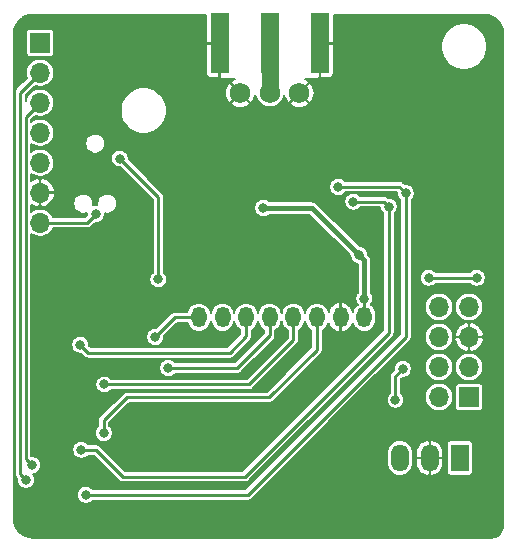
<source format=gbl>
G04 #@! TF.GenerationSoftware,KiCad,Pcbnew,(5.1.9-0-10_14)*
G04 #@! TF.CreationDate,2021-01-28T13:50:09+01:00*
G04 #@! TF.ProjectId,ithowifi,6974686f-7769-4666-992e-6b696361645f,rev?*
G04 #@! TF.SameCoordinates,Original*
G04 #@! TF.FileFunction,Copper,L2,Bot*
G04 #@! TF.FilePolarity,Positive*
%FSLAX46Y46*%
G04 Gerber Fmt 4.6, Leading zero omitted, Abs format (unit mm)*
G04 Created by KiCad (PCBNEW (5.1.9-0-10_14)) date 2021-01-28 13:50:09*
%MOMM*%
%LPD*%
G01*
G04 APERTURE LIST*
G04 #@! TA.AperFunction,ComponentPad*
%ADD10C,1.500000*%
G04 #@! TD*
G04 #@! TA.AperFunction,ComponentPad*
%ADD11O,1.700000X1.700000*%
G04 #@! TD*
G04 #@! TA.AperFunction,ComponentPad*
%ADD12R,1.700000X1.700000*%
G04 #@! TD*
G04 #@! TA.AperFunction,SMDPad,CuDef*
%ADD13R,1.500000X5.080000*%
G04 #@! TD*
G04 #@! TA.AperFunction,SMDPad,CuDef*
%ADD14C,1.750000*%
G04 #@! TD*
G04 #@! TA.AperFunction,SMDPad,CuDef*
%ADD15O,1.300000X1.750000*%
G04 #@! TD*
G04 #@! TA.AperFunction,ComponentPad*
%ADD16O,1.500000X2.300000*%
G04 #@! TD*
G04 #@! TA.AperFunction,ComponentPad*
%ADD17R,1.500000X2.300000*%
G04 #@! TD*
G04 #@! TA.AperFunction,ViaPad*
%ADD18C,0.800000*%
G04 #@! TD*
G04 #@! TA.AperFunction,Conductor*
%ADD19C,0.406400*%
G04 #@! TD*
G04 #@! TA.AperFunction,Conductor*
%ADD20C,0.254000*%
G04 #@! TD*
G04 #@! TA.AperFunction,Conductor*
%ADD21C,1.016000*%
G04 #@! TD*
G04 #@! TA.AperFunction,Conductor*
%ADD22C,1.473200*%
G04 #@! TD*
G04 #@! TA.AperFunction,Conductor*
%ADD23C,0.250000*%
G04 #@! TD*
G04 #@! TA.AperFunction,Conductor*
%ADD24C,0.203200*%
G04 #@! TD*
G04 #@! TA.AperFunction,Conductor*
%ADD25C,0.100000*%
G04 #@! TD*
G04 APERTURE END LIST*
D10*
X105181400Y-109474000D03*
D11*
X85725000Y-123037600D03*
X85725000Y-120497600D03*
X85725000Y-117957600D03*
X85725000Y-115417600D03*
X85725000Y-112877600D03*
X85725000Y-110337600D03*
D12*
X85725000Y-107797600D03*
D13*
X100931400Y-107848400D03*
X109431400Y-107848400D03*
X105181400Y-107848400D03*
D14*
X107672000Y-112039000D03*
X105172000Y-112039000D03*
X102672000Y-112039000D03*
D15*
X99172000Y-131039000D03*
X101172000Y-131039000D03*
X103172000Y-131039000D03*
X105172000Y-131039000D03*
X107172000Y-131039000D03*
X109172000Y-131039000D03*
X111172000Y-131039000D03*
X113172000Y-131039000D03*
D16*
X116179600Y-142951200D03*
X118719600Y-142951200D03*
D17*
X121259600Y-142951200D03*
D12*
X122047000Y-137795000D03*
D11*
X119507000Y-137795000D03*
X122047000Y-135255000D03*
X119507000Y-135255000D03*
X122047000Y-132715000D03*
X119507000Y-132715000D03*
X122047000Y-130175000D03*
X119507000Y-130175000D03*
D18*
X95250000Y-139700000D03*
X98806000Y-139700000D03*
X97028000Y-139700000D03*
X98806000Y-142748000D03*
X97028000Y-142748000D03*
X95250000Y-142748000D03*
X95250000Y-141224000D03*
X98806000Y-141224000D03*
X97028000Y-141224000D03*
X99187000Y-105918000D03*
X99187000Y-107442000D03*
X99187000Y-109220000D03*
X99187000Y-110998000D03*
X99187000Y-113030000D03*
X100457000Y-112014000D03*
X97917000Y-106680000D03*
X97917000Y-108458000D03*
X97917000Y-109982000D03*
X97917000Y-112014000D03*
X111125000Y-105918000D03*
X111125000Y-107442000D03*
X111125000Y-109220000D03*
X111125000Y-110998000D03*
X111125000Y-113030000D03*
X109601000Y-112014000D03*
X112395000Y-109982000D03*
X112395000Y-108204000D03*
X112395000Y-106680000D03*
X100965000Y-114046000D03*
X102997000Y-114046000D03*
X105283000Y-114046000D03*
X104267000Y-115570000D03*
X101981000Y-115570000D03*
X107569000Y-114046000D03*
X106553000Y-115570000D03*
X109855000Y-114046000D03*
X112395000Y-112014000D03*
X108585000Y-115189000D03*
X97485200Y-121031000D03*
X108229400Y-143002000D03*
X104648000Y-120142000D03*
X107061000Y-137668000D03*
X122682000Y-127698500D03*
X118618000Y-127698500D03*
X115811300Y-138036300D03*
X116433600Y-135407400D03*
X113182400Y-129463800D03*
X104622600Y-121793000D03*
X112737900Y-125768100D03*
X89585800Y-146075400D03*
X116697000Y-120539000D03*
X110972600Y-120014982D03*
X89204800Y-142265400D03*
X115252500Y-121666000D03*
X115252500Y-121666000D03*
X112242600Y-121259600D03*
X90424000Y-122301000D03*
X85039200Y-143560804D03*
X84531209Y-144805391D03*
X91109798Y-140843000D03*
X96570800Y-135331200D03*
X91160600Y-136728200D03*
X95478600Y-132715000D03*
X89128612Y-133375400D03*
X92456000Y-117602000D03*
X95732598Y-127836200D03*
D19*
X110946800Y-131039000D02*
X110947200Y-131038600D01*
D20*
X122682000Y-127698500D02*
X118618000Y-127698500D01*
X115811300Y-136029700D02*
X116433600Y-135407400D01*
X115811300Y-138036300D02*
X115811300Y-136029700D01*
X113197000Y-131064000D02*
X113172000Y-131039000D01*
X113172000Y-129474200D02*
X113182400Y-129463800D01*
X113172000Y-131039000D02*
X113172000Y-129474200D01*
D19*
X104622600Y-121793000D02*
X108762800Y-121793000D01*
X113182400Y-126212600D02*
X113182400Y-129463800D01*
X108762800Y-121793000D02*
X112737900Y-125768100D01*
X112737900Y-125768100D02*
X113182400Y-126212600D01*
D20*
X116697000Y-132667500D02*
X103289100Y-146075400D01*
X103289100Y-146075400D02*
X89585800Y-146075400D01*
X116697000Y-120539000D02*
X116697000Y-132667500D01*
X110997982Y-119989600D02*
X110972600Y-120014982D01*
X116147600Y-119989600D02*
X110997982Y-119989600D01*
X116697000Y-120539000D02*
X116147600Y-119989600D01*
X90449400Y-142265400D02*
X89204800Y-142265400D01*
X92710000Y-144526000D02*
X90449400Y-142265400D01*
X103060500Y-144526000D02*
X92710000Y-144526000D01*
X115252500Y-132334000D02*
X103060500Y-144526000D01*
X115252500Y-121666000D02*
X115252500Y-132334000D01*
X114846100Y-121259600D02*
X115252500Y-121666000D01*
X112242600Y-121259600D02*
X114846100Y-121259600D01*
D21*
X105192200Y-109281600D02*
X105181400Y-109270800D01*
X105172000Y-107857800D02*
X105181400Y-107848400D01*
D22*
X105181400Y-112029600D02*
X105172000Y-112039000D01*
X105181400Y-107848400D02*
X105181400Y-112029600D01*
D20*
X89687400Y-123037600D02*
X90424000Y-122301000D01*
X85725000Y-123037600D02*
X89687400Y-123037600D01*
D23*
X85725000Y-112877600D02*
X84498611Y-114103989D01*
X84498611Y-114103989D02*
X84498611Y-143020215D01*
X84498611Y-143020215D02*
X85039200Y-143560804D01*
X84048600Y-112014000D02*
X84048600Y-144322782D01*
X85725000Y-110337600D02*
X84048600Y-112014000D01*
X84048600Y-144322782D02*
X84531209Y-144805391D01*
D20*
X109172000Y-133779000D02*
X109172000Y-131039000D01*
X93065600Y-137820400D02*
X105130600Y-137820400D01*
X105130600Y-137820400D02*
X109172000Y-133779000D01*
X91109798Y-139776202D02*
X93065600Y-137820400D01*
X91109798Y-140843000D02*
X91109798Y-139776202D01*
X96570800Y-135331200D02*
X102412800Y-135331200D01*
X105172000Y-132572000D02*
X105172000Y-131039000D01*
X102412800Y-135331200D02*
X105172000Y-132572000D01*
X107172000Y-132985000D02*
X107172000Y-131039000D01*
X103428800Y-136728200D02*
X107172000Y-132985000D01*
X91160600Y-136728200D02*
X103428800Y-136728200D01*
X99489000Y-131039000D02*
X99441000Y-131087000D01*
X99172000Y-131039000D02*
X97154600Y-131039000D01*
X97154600Y-131039000D02*
X95478600Y-132715000D01*
X101790500Y-134048500D02*
X103172000Y-132667000D01*
X103172000Y-132667000D02*
X103172000Y-131039000D01*
X89801712Y-134048500D02*
X101790500Y-134048500D01*
X89128612Y-133375400D02*
X89801712Y-134048500D01*
X92456000Y-117602000D02*
X95732598Y-120878598D01*
X95732598Y-120878598D02*
X95732598Y-127836200D01*
D24*
X99775000Y-107721400D02*
X99876600Y-107823000D01*
X100906000Y-107823000D01*
X100906000Y-107803000D01*
X100956800Y-107803000D01*
X100956800Y-107823000D01*
X100976800Y-107823000D01*
X100976800Y-107873800D01*
X100956800Y-107873800D01*
X100956800Y-110693200D01*
X100990400Y-110726800D01*
X100990400Y-110744000D01*
X100992352Y-110763821D01*
X100998134Y-110782881D01*
X101007523Y-110800446D01*
X101020158Y-110815842D01*
X101035554Y-110828477D01*
X101053119Y-110837866D01*
X101072179Y-110843648D01*
X101092000Y-110845600D01*
X102191631Y-110845600D01*
X101977705Y-110954626D01*
X101935864Y-110982583D01*
X101851524Y-111182603D01*
X102387400Y-111718479D01*
X102387400Y-111790321D01*
X101815603Y-111218524D01*
X101615583Y-111302864D01*
X101492269Y-111523105D01*
X101414291Y-111763172D01*
X101384646Y-112013839D01*
X101404474Y-112265473D01*
X101473011Y-112508403D01*
X101587626Y-112733295D01*
X101615583Y-112775136D01*
X101815603Y-112859476D01*
X102559479Y-112115600D01*
X102631321Y-112115600D01*
X101851524Y-112895397D01*
X101935864Y-113095417D01*
X102156105Y-113218731D01*
X102396172Y-113296709D01*
X102646839Y-113326354D01*
X102898473Y-113306526D01*
X103141403Y-113237989D01*
X103366295Y-113123374D01*
X103408136Y-113095417D01*
X103492476Y-112895397D01*
X102712679Y-112115600D01*
X102784521Y-112115600D01*
X103528397Y-112859476D01*
X103728417Y-112775136D01*
X103851731Y-112554895D01*
X103929709Y-112314828D01*
X103945536Y-112180998D01*
X103988692Y-112397953D01*
X104081457Y-112621908D01*
X104216131Y-112823462D01*
X104387538Y-112994869D01*
X104589092Y-113129543D01*
X104813047Y-113222308D01*
X105050797Y-113269600D01*
X105293203Y-113269600D01*
X105530953Y-113222308D01*
X105754908Y-113129543D01*
X105956462Y-112994869D01*
X106127869Y-112823462D01*
X106262543Y-112621908D01*
X106355308Y-112397953D01*
X106398001Y-112183324D01*
X106404474Y-112265473D01*
X106473011Y-112508403D01*
X106587626Y-112733295D01*
X106615583Y-112775136D01*
X106815603Y-112859476D01*
X107559479Y-112115600D01*
X107631321Y-112115600D01*
X106851524Y-112895397D01*
X106935864Y-113095417D01*
X107156105Y-113218731D01*
X107396172Y-113296709D01*
X107646839Y-113326354D01*
X107898473Y-113306526D01*
X108141403Y-113237989D01*
X108366295Y-113123374D01*
X108408136Y-113095417D01*
X108492476Y-112895397D01*
X107712679Y-112115600D01*
X107784521Y-112115600D01*
X108528397Y-112859476D01*
X108728417Y-112775136D01*
X108851731Y-112554895D01*
X108929709Y-112314828D01*
X108959354Y-112064161D01*
X108939526Y-111812527D01*
X108870989Y-111569597D01*
X108756374Y-111344705D01*
X108728417Y-111302864D01*
X108528397Y-111218524D01*
X108051600Y-111695321D01*
X108051600Y-111623479D01*
X108492476Y-111182603D01*
X108408136Y-110982583D01*
X108187895Y-110859269D01*
X108145813Y-110845600D01*
X109220000Y-110845600D01*
X109239821Y-110843648D01*
X109258881Y-110837866D01*
X109276446Y-110828477D01*
X109291842Y-110815842D01*
X109304477Y-110800446D01*
X109311049Y-110788151D01*
X109406000Y-110693200D01*
X109406000Y-107873800D01*
X109456800Y-107873800D01*
X109456800Y-110693200D01*
X109558400Y-110794800D01*
X110181400Y-110796766D01*
X110261068Y-110788919D01*
X110337675Y-110765681D01*
X110408276Y-110727944D01*
X110470158Y-110677158D01*
X110520944Y-110615276D01*
X110558681Y-110544675D01*
X110581919Y-110468068D01*
X110589766Y-110388400D01*
X110587800Y-107975400D01*
X110539790Y-107927390D01*
X119674400Y-107927390D01*
X119674400Y-108312610D01*
X119749553Y-108690427D01*
X119896970Y-109046324D01*
X120110987Y-109366622D01*
X120383378Y-109639013D01*
X120703676Y-109853030D01*
X121059573Y-110000447D01*
X121437390Y-110075600D01*
X121822610Y-110075600D01*
X122200427Y-110000447D01*
X122556324Y-109853030D01*
X122876622Y-109639013D01*
X123149013Y-109366622D01*
X123363030Y-109046324D01*
X123510447Y-108690427D01*
X123585600Y-108312610D01*
X123585600Y-107927390D01*
X123510447Y-107549573D01*
X123363030Y-107193676D01*
X123149013Y-106873378D01*
X122876622Y-106600987D01*
X122556324Y-106386970D01*
X122200427Y-106239553D01*
X121822610Y-106164400D01*
X121437390Y-106164400D01*
X121059573Y-106239553D01*
X120703676Y-106386970D01*
X120383378Y-106600987D01*
X120110987Y-106873378D01*
X119896970Y-107193676D01*
X119749553Y-107549573D01*
X119674400Y-107927390D01*
X110539790Y-107927390D01*
X110486200Y-107873800D01*
X109456800Y-107873800D01*
X109406000Y-107873800D01*
X109386000Y-107873800D01*
X109386000Y-107823000D01*
X109406000Y-107823000D01*
X109406000Y-107803000D01*
X109456800Y-107803000D01*
X109456800Y-107823000D01*
X110486200Y-107823000D01*
X110587800Y-107721400D01*
X110589655Y-105444600D01*
X123296669Y-105444600D01*
X123630576Y-105477340D01*
X123932201Y-105568405D01*
X124210401Y-105716327D01*
X124454565Y-105915462D01*
X124655403Y-106158235D01*
X124805262Y-106435392D01*
X124898434Y-106736383D01*
X124933400Y-107069066D01*
X124933401Y-148696668D01*
X124912755Y-148907233D01*
X124857507Y-149090223D01*
X124767771Y-149258993D01*
X124646958Y-149407124D01*
X124499676Y-149528965D01*
X124331535Y-149619880D01*
X124148933Y-149676404D01*
X123939652Y-149698400D01*
X85110322Y-149698400D01*
X84776424Y-149665660D01*
X84474797Y-149574594D01*
X84196601Y-149426674D01*
X83952435Y-149227538D01*
X83751597Y-148984765D01*
X83601738Y-148707607D01*
X83508566Y-148406619D01*
X83473600Y-148073934D01*
X83473600Y-146000980D01*
X88830200Y-146000980D01*
X88830200Y-146149820D01*
X88859237Y-146295800D01*
X88916196Y-146433311D01*
X88998887Y-146557067D01*
X89104133Y-146662313D01*
X89227889Y-146745004D01*
X89365400Y-146801963D01*
X89511380Y-146831000D01*
X89660220Y-146831000D01*
X89806200Y-146801963D01*
X89943711Y-146745004D01*
X90067467Y-146662313D01*
X90171780Y-146558000D01*
X103265395Y-146558000D01*
X103289100Y-146560335D01*
X103312805Y-146558000D01*
X103312807Y-146558000D01*
X103383706Y-146551017D01*
X103474677Y-146523422D01*
X103558515Y-146478609D01*
X103632001Y-146418301D01*
X103647117Y-146399882D01*
X107550107Y-142496892D01*
X115074000Y-142496892D01*
X115074000Y-143405507D01*
X115089998Y-143567934D01*
X115153217Y-143776341D01*
X115255880Y-143968410D01*
X115394040Y-144136760D01*
X115562390Y-144274920D01*
X115754458Y-144377583D01*
X115962865Y-144440802D01*
X116179600Y-144462149D01*
X116396334Y-144440802D01*
X116604741Y-144377583D01*
X116796810Y-144274920D01*
X116965160Y-144136760D01*
X117103320Y-143968410D01*
X117205983Y-143776342D01*
X117269202Y-143567935D01*
X117285200Y-143405508D01*
X117285200Y-142976600D01*
X117563200Y-142976600D01*
X117563200Y-143376600D01*
X117590375Y-143601714D01*
X117660946Y-143817201D01*
X117772200Y-144014780D01*
X117919862Y-144186858D01*
X118098258Y-144326822D01*
X118300531Y-144429294D01*
X118513656Y-144489114D01*
X118694200Y-144405694D01*
X118694200Y-142976600D01*
X118745000Y-142976600D01*
X118745000Y-144405694D01*
X118925544Y-144489114D01*
X119138669Y-144429294D01*
X119340942Y-144326822D01*
X119519338Y-144186858D01*
X119667000Y-144014780D01*
X119778254Y-143817201D01*
X119848825Y-143601714D01*
X119876000Y-143376600D01*
X119876000Y-142976600D01*
X118745000Y-142976600D01*
X118694200Y-142976600D01*
X117563200Y-142976600D01*
X117285200Y-142976600D01*
X117285200Y-142525800D01*
X117563200Y-142525800D01*
X117563200Y-142925800D01*
X118694200Y-142925800D01*
X118694200Y-141496706D01*
X118745000Y-141496706D01*
X118745000Y-142925800D01*
X119876000Y-142925800D01*
X119876000Y-142525800D01*
X119848825Y-142300686D01*
X119778254Y-142085199D01*
X119667000Y-141887620D01*
X119592843Y-141801200D01*
X120152280Y-141801200D01*
X120152280Y-144101200D01*
X120159146Y-144170910D01*
X120179479Y-144237940D01*
X120212499Y-144299716D01*
X120256937Y-144353863D01*
X120311084Y-144398301D01*
X120372860Y-144431321D01*
X120439890Y-144451654D01*
X120509600Y-144458520D01*
X122009600Y-144458520D01*
X122079310Y-144451654D01*
X122146340Y-144431321D01*
X122208116Y-144398301D01*
X122262263Y-144353863D01*
X122306701Y-144299716D01*
X122339721Y-144237940D01*
X122360054Y-144170910D01*
X122366920Y-144101200D01*
X122366920Y-141801200D01*
X122360054Y-141731490D01*
X122339721Y-141664460D01*
X122306701Y-141602684D01*
X122262263Y-141548537D01*
X122208116Y-141504099D01*
X122146340Y-141471079D01*
X122079310Y-141450746D01*
X122009600Y-141443880D01*
X120509600Y-141443880D01*
X120439890Y-141450746D01*
X120372860Y-141471079D01*
X120311084Y-141504099D01*
X120256937Y-141548537D01*
X120212499Y-141602684D01*
X120179479Y-141664460D01*
X120159146Y-141731490D01*
X120152280Y-141801200D01*
X119592843Y-141801200D01*
X119519338Y-141715542D01*
X119340942Y-141575578D01*
X119138669Y-141473106D01*
X118925544Y-141413286D01*
X118745000Y-141496706D01*
X118694200Y-141496706D01*
X118513656Y-141413286D01*
X118300531Y-141473106D01*
X118098258Y-141575578D01*
X117919862Y-141715542D01*
X117772200Y-141887620D01*
X117660946Y-142085199D01*
X117590375Y-142300686D01*
X117563200Y-142525800D01*
X117285200Y-142525800D01*
X117285200Y-142496893D01*
X117269202Y-142334466D01*
X117205983Y-142126058D01*
X117103320Y-141933990D01*
X116965160Y-141765640D01*
X116796810Y-141627480D01*
X116604742Y-141524817D01*
X116396335Y-141461598D01*
X116179600Y-141440251D01*
X115962866Y-141461598D01*
X115754459Y-141524817D01*
X115562391Y-141627480D01*
X115394041Y-141765640D01*
X115255881Y-141933990D01*
X115153218Y-142126058D01*
X115089998Y-142334465D01*
X115074000Y-142496892D01*
X107550107Y-142496892D01*
X112085119Y-137961880D01*
X115055700Y-137961880D01*
X115055700Y-138110720D01*
X115084737Y-138256700D01*
X115141696Y-138394211D01*
X115224387Y-138517967D01*
X115329633Y-138623213D01*
X115453389Y-138705904D01*
X115590900Y-138762863D01*
X115736880Y-138791900D01*
X115885720Y-138791900D01*
X116031700Y-138762863D01*
X116169211Y-138705904D01*
X116292967Y-138623213D01*
X116398213Y-138517967D01*
X116480904Y-138394211D01*
X116537863Y-138256700D01*
X116566900Y-138110720D01*
X116566900Y-137961880D01*
X116537863Y-137815900D01*
X116480904Y-137678389D01*
X116479481Y-137676259D01*
X118301400Y-137676259D01*
X118301400Y-137913741D01*
X118347731Y-138146660D01*
X118438611Y-138366066D01*
X118570550Y-138563525D01*
X118738475Y-138731450D01*
X118935934Y-138863389D01*
X119155340Y-138954269D01*
X119388259Y-139000600D01*
X119625741Y-139000600D01*
X119858660Y-138954269D01*
X120078066Y-138863389D01*
X120275525Y-138731450D01*
X120443450Y-138563525D01*
X120575389Y-138366066D01*
X120666269Y-138146660D01*
X120712600Y-137913741D01*
X120712600Y-137676259D01*
X120666269Y-137443340D01*
X120575389Y-137223934D01*
X120443450Y-137026475D01*
X120361975Y-136945000D01*
X120839680Y-136945000D01*
X120839680Y-138645000D01*
X120846546Y-138714710D01*
X120866879Y-138781740D01*
X120899899Y-138843516D01*
X120944337Y-138897663D01*
X120998484Y-138942101D01*
X121060260Y-138975121D01*
X121127290Y-138995454D01*
X121197000Y-139002320D01*
X122897000Y-139002320D01*
X122966710Y-138995454D01*
X123033740Y-138975121D01*
X123095516Y-138942101D01*
X123149663Y-138897663D01*
X123194101Y-138843516D01*
X123227121Y-138781740D01*
X123247454Y-138714710D01*
X123254320Y-138645000D01*
X123254320Y-136945000D01*
X123247454Y-136875290D01*
X123227121Y-136808260D01*
X123194101Y-136746484D01*
X123149663Y-136692337D01*
X123095516Y-136647899D01*
X123033740Y-136614879D01*
X122966710Y-136594546D01*
X122897000Y-136587680D01*
X121197000Y-136587680D01*
X121127290Y-136594546D01*
X121060260Y-136614879D01*
X120998484Y-136647899D01*
X120944337Y-136692337D01*
X120899899Y-136746484D01*
X120866879Y-136808260D01*
X120846546Y-136875290D01*
X120839680Y-136945000D01*
X120361975Y-136945000D01*
X120275525Y-136858550D01*
X120078066Y-136726611D01*
X119858660Y-136635731D01*
X119625741Y-136589400D01*
X119388259Y-136589400D01*
X119155340Y-136635731D01*
X118935934Y-136726611D01*
X118738475Y-136858550D01*
X118570550Y-137026475D01*
X118438611Y-137223934D01*
X118347731Y-137443340D01*
X118301400Y-137676259D01*
X116479481Y-137676259D01*
X116398213Y-137554633D01*
X116293900Y-137450320D01*
X116293900Y-136229599D01*
X116360499Y-136163000D01*
X116508020Y-136163000D01*
X116654000Y-136133963D01*
X116791511Y-136077004D01*
X116915267Y-135994313D01*
X117020513Y-135889067D01*
X117103204Y-135765311D01*
X117160163Y-135627800D01*
X117189200Y-135481820D01*
X117189200Y-135332980D01*
X117160163Y-135187000D01*
X117139146Y-135136259D01*
X118301400Y-135136259D01*
X118301400Y-135373741D01*
X118347731Y-135606660D01*
X118438611Y-135826066D01*
X118570550Y-136023525D01*
X118738475Y-136191450D01*
X118935934Y-136323389D01*
X119155340Y-136414269D01*
X119388259Y-136460600D01*
X119625741Y-136460600D01*
X119858660Y-136414269D01*
X120078066Y-136323389D01*
X120275525Y-136191450D01*
X120443450Y-136023525D01*
X120575389Y-135826066D01*
X120666269Y-135606660D01*
X120712600Y-135373741D01*
X120712600Y-135136259D01*
X120841400Y-135136259D01*
X120841400Y-135373741D01*
X120887731Y-135606660D01*
X120978611Y-135826066D01*
X121110550Y-136023525D01*
X121278475Y-136191450D01*
X121475934Y-136323389D01*
X121695340Y-136414269D01*
X121928259Y-136460600D01*
X122165741Y-136460600D01*
X122398660Y-136414269D01*
X122618066Y-136323389D01*
X122815525Y-136191450D01*
X122983450Y-136023525D01*
X123115389Y-135826066D01*
X123206269Y-135606660D01*
X123252600Y-135373741D01*
X123252600Y-135136259D01*
X123206269Y-134903340D01*
X123115389Y-134683934D01*
X122983450Y-134486475D01*
X122815525Y-134318550D01*
X122618066Y-134186611D01*
X122398660Y-134095731D01*
X122165741Y-134049400D01*
X121928259Y-134049400D01*
X121695340Y-134095731D01*
X121475934Y-134186611D01*
X121278475Y-134318550D01*
X121110550Y-134486475D01*
X120978611Y-134683934D01*
X120887731Y-134903340D01*
X120841400Y-135136259D01*
X120712600Y-135136259D01*
X120666269Y-134903340D01*
X120575389Y-134683934D01*
X120443450Y-134486475D01*
X120275525Y-134318550D01*
X120078066Y-134186611D01*
X119858660Y-134095731D01*
X119625741Y-134049400D01*
X119388259Y-134049400D01*
X119155340Y-134095731D01*
X118935934Y-134186611D01*
X118738475Y-134318550D01*
X118570550Y-134486475D01*
X118438611Y-134683934D01*
X118347731Y-134903340D01*
X118301400Y-135136259D01*
X117139146Y-135136259D01*
X117103204Y-135049489D01*
X117020513Y-134925733D01*
X116915267Y-134820487D01*
X116791511Y-134737796D01*
X116654000Y-134680837D01*
X116508020Y-134651800D01*
X116359180Y-134651800D01*
X116213200Y-134680837D01*
X116075689Y-134737796D01*
X115951933Y-134820487D01*
X115846687Y-134925733D01*
X115763996Y-135049489D01*
X115707037Y-135187000D01*
X115678000Y-135332980D01*
X115678000Y-135480501D01*
X115486813Y-135671688D01*
X115468400Y-135686799D01*
X115453289Y-135705212D01*
X115453287Y-135705214D01*
X115408092Y-135760285D01*
X115363278Y-135844124D01*
X115335684Y-135935094D01*
X115326365Y-136029700D01*
X115328701Y-136053415D01*
X115328700Y-137450320D01*
X115224387Y-137554633D01*
X115141696Y-137678389D01*
X115084737Y-137815900D01*
X115055700Y-137961880D01*
X112085119Y-137961880D01*
X117021488Y-133025512D01*
X117039901Y-133010401D01*
X117100209Y-132936915D01*
X117145022Y-132853077D01*
X117172617Y-132762106D01*
X117179600Y-132691207D01*
X117179600Y-132691206D01*
X117181935Y-132667501D01*
X117179600Y-132643796D01*
X117179600Y-132596259D01*
X118301400Y-132596259D01*
X118301400Y-132833741D01*
X118347731Y-133066660D01*
X118438611Y-133286066D01*
X118570550Y-133483525D01*
X118738475Y-133651450D01*
X118935934Y-133783389D01*
X119155340Y-133874269D01*
X119388259Y-133920600D01*
X119625741Y-133920600D01*
X119858660Y-133874269D01*
X120078066Y-133783389D01*
X120275525Y-133651450D01*
X120443450Y-133483525D01*
X120575389Y-133286066D01*
X120666269Y-133066660D01*
X120692141Y-132936591D01*
X120810296Y-132936591D01*
X120819634Y-132983544D01*
X120895608Y-133217831D01*
X121015829Y-133432795D01*
X121175677Y-133620174D01*
X121369010Y-133772768D01*
X121588398Y-133884712D01*
X121825409Y-133951705D01*
X122021600Y-133869544D01*
X122021600Y-132740400D01*
X122072400Y-132740400D01*
X122072400Y-133869544D01*
X122268591Y-133951705D01*
X122505602Y-133884712D01*
X122724990Y-133772768D01*
X122918323Y-133620174D01*
X123078171Y-133432795D01*
X123198392Y-133217831D01*
X123274366Y-132983544D01*
X123283704Y-132936591D01*
X123201521Y-132740400D01*
X122072400Y-132740400D01*
X122021600Y-132740400D01*
X120892479Y-132740400D01*
X120810296Y-132936591D01*
X120692141Y-132936591D01*
X120712600Y-132833741D01*
X120712600Y-132596259D01*
X120692142Y-132493409D01*
X120810296Y-132493409D01*
X120892479Y-132689600D01*
X122021600Y-132689600D01*
X122021600Y-131560456D01*
X122072400Y-131560456D01*
X122072400Y-132689600D01*
X123201521Y-132689600D01*
X123283704Y-132493409D01*
X123274366Y-132446456D01*
X123198392Y-132212169D01*
X123078171Y-131997205D01*
X122918323Y-131809826D01*
X122724990Y-131657232D01*
X122505602Y-131545288D01*
X122268591Y-131478295D01*
X122072400Y-131560456D01*
X122021600Y-131560456D01*
X121825409Y-131478295D01*
X121588398Y-131545288D01*
X121369010Y-131657232D01*
X121175677Y-131809826D01*
X121015829Y-131997205D01*
X120895608Y-132212169D01*
X120819634Y-132446456D01*
X120810296Y-132493409D01*
X120692142Y-132493409D01*
X120666269Y-132363340D01*
X120575389Y-132143934D01*
X120443450Y-131946475D01*
X120275525Y-131778550D01*
X120078066Y-131646611D01*
X119858660Y-131555731D01*
X119625741Y-131509400D01*
X119388259Y-131509400D01*
X119155340Y-131555731D01*
X118935934Y-131646611D01*
X118738475Y-131778550D01*
X118570550Y-131946475D01*
X118438611Y-132143934D01*
X118347731Y-132363340D01*
X118301400Y-132596259D01*
X117179600Y-132596259D01*
X117179600Y-130056259D01*
X118301400Y-130056259D01*
X118301400Y-130293741D01*
X118347731Y-130526660D01*
X118438611Y-130746066D01*
X118570550Y-130943525D01*
X118738475Y-131111450D01*
X118935934Y-131243389D01*
X119155340Y-131334269D01*
X119388259Y-131380600D01*
X119625741Y-131380600D01*
X119858660Y-131334269D01*
X120078066Y-131243389D01*
X120275525Y-131111450D01*
X120443450Y-130943525D01*
X120575389Y-130746066D01*
X120666269Y-130526660D01*
X120712600Y-130293741D01*
X120712600Y-130056259D01*
X120841400Y-130056259D01*
X120841400Y-130293741D01*
X120887731Y-130526660D01*
X120978611Y-130746066D01*
X121110550Y-130943525D01*
X121278475Y-131111450D01*
X121475934Y-131243389D01*
X121695340Y-131334269D01*
X121928259Y-131380600D01*
X122165741Y-131380600D01*
X122398660Y-131334269D01*
X122618066Y-131243389D01*
X122815525Y-131111450D01*
X122983450Y-130943525D01*
X123115389Y-130746066D01*
X123206269Y-130526660D01*
X123252600Y-130293741D01*
X123252600Y-130056259D01*
X123206269Y-129823340D01*
X123115389Y-129603934D01*
X122983450Y-129406475D01*
X122815525Y-129238550D01*
X122618066Y-129106611D01*
X122398660Y-129015731D01*
X122165741Y-128969400D01*
X121928259Y-128969400D01*
X121695340Y-129015731D01*
X121475934Y-129106611D01*
X121278475Y-129238550D01*
X121110550Y-129406475D01*
X120978611Y-129603934D01*
X120887731Y-129823340D01*
X120841400Y-130056259D01*
X120712600Y-130056259D01*
X120666269Y-129823340D01*
X120575389Y-129603934D01*
X120443450Y-129406475D01*
X120275525Y-129238550D01*
X120078066Y-129106611D01*
X119858660Y-129015731D01*
X119625741Y-128969400D01*
X119388259Y-128969400D01*
X119155340Y-129015731D01*
X118935934Y-129106611D01*
X118738475Y-129238550D01*
X118570550Y-129406475D01*
X118438611Y-129603934D01*
X118347731Y-129823340D01*
X118301400Y-130056259D01*
X117179600Y-130056259D01*
X117179600Y-127624080D01*
X117862400Y-127624080D01*
X117862400Y-127772920D01*
X117891437Y-127918900D01*
X117948396Y-128056411D01*
X118031087Y-128180167D01*
X118136333Y-128285413D01*
X118260089Y-128368104D01*
X118397600Y-128425063D01*
X118543580Y-128454100D01*
X118692420Y-128454100D01*
X118838400Y-128425063D01*
X118975911Y-128368104D01*
X119099667Y-128285413D01*
X119203980Y-128181100D01*
X122096020Y-128181100D01*
X122200333Y-128285413D01*
X122324089Y-128368104D01*
X122461600Y-128425063D01*
X122607580Y-128454100D01*
X122756420Y-128454100D01*
X122902400Y-128425063D01*
X123039911Y-128368104D01*
X123163667Y-128285413D01*
X123268913Y-128180167D01*
X123351604Y-128056411D01*
X123408563Y-127918900D01*
X123437600Y-127772920D01*
X123437600Y-127624080D01*
X123408563Y-127478100D01*
X123351604Y-127340589D01*
X123268913Y-127216833D01*
X123163667Y-127111587D01*
X123039911Y-127028896D01*
X122902400Y-126971937D01*
X122756420Y-126942900D01*
X122607580Y-126942900D01*
X122461600Y-126971937D01*
X122324089Y-127028896D01*
X122200333Y-127111587D01*
X122096020Y-127215900D01*
X119203980Y-127215900D01*
X119099667Y-127111587D01*
X118975911Y-127028896D01*
X118838400Y-126971937D01*
X118692420Y-126942900D01*
X118543580Y-126942900D01*
X118397600Y-126971937D01*
X118260089Y-127028896D01*
X118136333Y-127111587D01*
X118031087Y-127216833D01*
X117948396Y-127340589D01*
X117891437Y-127478100D01*
X117862400Y-127624080D01*
X117179600Y-127624080D01*
X117179600Y-121124980D01*
X117283913Y-121020667D01*
X117366604Y-120896911D01*
X117423563Y-120759400D01*
X117452600Y-120613420D01*
X117452600Y-120464580D01*
X117423563Y-120318600D01*
X117366604Y-120181089D01*
X117283913Y-120057333D01*
X117178667Y-119952087D01*
X117054911Y-119869396D01*
X116917400Y-119812437D01*
X116771420Y-119783400D01*
X116623899Y-119783400D01*
X116505617Y-119665118D01*
X116490501Y-119646699D01*
X116417015Y-119586391D01*
X116333177Y-119541578D01*
X116242206Y-119513983D01*
X116171307Y-119507000D01*
X116171305Y-119507000D01*
X116147600Y-119504665D01*
X116123895Y-119507000D01*
X111533198Y-119507000D01*
X111454267Y-119428069D01*
X111330511Y-119345378D01*
X111193000Y-119288419D01*
X111047020Y-119259382D01*
X110898180Y-119259382D01*
X110752200Y-119288419D01*
X110614689Y-119345378D01*
X110490933Y-119428069D01*
X110385687Y-119533315D01*
X110302996Y-119657071D01*
X110246037Y-119794582D01*
X110217000Y-119940562D01*
X110217000Y-120089402D01*
X110246037Y-120235382D01*
X110302996Y-120372893D01*
X110385687Y-120496649D01*
X110490933Y-120601895D01*
X110614689Y-120684586D01*
X110752200Y-120741545D01*
X110898180Y-120770582D01*
X111047020Y-120770582D01*
X111193000Y-120741545D01*
X111330511Y-120684586D01*
X111454267Y-120601895D01*
X111559513Y-120496649D01*
X111575849Y-120472200D01*
X115941400Y-120472200D01*
X115941400Y-120613420D01*
X115970437Y-120759400D01*
X116027396Y-120896911D01*
X116110087Y-121020667D01*
X116214400Y-121124980D01*
X116214401Y-132467599D01*
X103089201Y-145592800D01*
X90171780Y-145592800D01*
X90067467Y-145488487D01*
X89943711Y-145405796D01*
X89806200Y-145348837D01*
X89660220Y-145319800D01*
X89511380Y-145319800D01*
X89365400Y-145348837D01*
X89227889Y-145405796D01*
X89104133Y-145488487D01*
X88998887Y-145593733D01*
X88916196Y-145717489D01*
X88859237Y-145855000D01*
X88830200Y-146000980D01*
X83473600Y-146000980D01*
X83473600Y-112014000D01*
X83565675Y-112014000D01*
X83568000Y-112037604D01*
X83568001Y-144299168D01*
X83565675Y-144322782D01*
X83571073Y-144377583D01*
X83574955Y-144416996D01*
X83584202Y-144447480D01*
X83602436Y-144507590D01*
X83647063Y-144591080D01*
X83647064Y-144591081D01*
X83707121Y-144664262D01*
X83725460Y-144679313D01*
X83775859Y-144729712D01*
X83775609Y-144730971D01*
X83775609Y-144879811D01*
X83804646Y-145025791D01*
X83861605Y-145163302D01*
X83944296Y-145287058D01*
X84049542Y-145392304D01*
X84173298Y-145474995D01*
X84310809Y-145531954D01*
X84456789Y-145560991D01*
X84605629Y-145560991D01*
X84751609Y-145531954D01*
X84889120Y-145474995D01*
X85012876Y-145392304D01*
X85118122Y-145287058D01*
X85200813Y-145163302D01*
X85257772Y-145025791D01*
X85286809Y-144879811D01*
X85286809Y-144730971D01*
X85257772Y-144584991D01*
X85200813Y-144447480D01*
X85118122Y-144323724D01*
X85110802Y-144316404D01*
X85113620Y-144316404D01*
X85259600Y-144287367D01*
X85397111Y-144230408D01*
X85520867Y-144147717D01*
X85626113Y-144042471D01*
X85708804Y-143918715D01*
X85765763Y-143781204D01*
X85794800Y-143635224D01*
X85794800Y-143486384D01*
X85765763Y-143340404D01*
X85708804Y-143202893D01*
X85626113Y-143079137D01*
X85520867Y-142973891D01*
X85397111Y-142891200D01*
X85259600Y-142834241D01*
X85113620Y-142805204D01*
X84979211Y-142805204D01*
X84979211Y-142190980D01*
X88449200Y-142190980D01*
X88449200Y-142339820D01*
X88478237Y-142485800D01*
X88535196Y-142623311D01*
X88617887Y-142747067D01*
X88723133Y-142852313D01*
X88846889Y-142935004D01*
X88984400Y-142991963D01*
X89130380Y-143021000D01*
X89279220Y-143021000D01*
X89425200Y-142991963D01*
X89562711Y-142935004D01*
X89686467Y-142852313D01*
X89790780Y-142748000D01*
X90249501Y-142748000D01*
X92351983Y-144850482D01*
X92367099Y-144868901D01*
X92440585Y-144929209D01*
X92524423Y-144974022D01*
X92615394Y-145001617D01*
X92686293Y-145008600D01*
X92686294Y-145008600D01*
X92709999Y-145010935D01*
X92733704Y-145008600D01*
X103036795Y-145008600D01*
X103060500Y-145010935D01*
X103084205Y-145008600D01*
X103084207Y-145008600D01*
X103155106Y-145001617D01*
X103246077Y-144974022D01*
X103329915Y-144929209D01*
X103403401Y-144868901D01*
X103418517Y-144850482D01*
X115576988Y-132692012D01*
X115595401Y-132676901D01*
X115655709Y-132603415D01*
X115700522Y-132519577D01*
X115706441Y-132500065D01*
X115728117Y-132428607D01*
X115737435Y-132334000D01*
X115735100Y-132310293D01*
X115735100Y-122251980D01*
X115839413Y-122147667D01*
X115922104Y-122023911D01*
X115979063Y-121886400D01*
X116008100Y-121740420D01*
X116008100Y-121591580D01*
X115979063Y-121445600D01*
X115922104Y-121308089D01*
X115839413Y-121184333D01*
X115734167Y-121079087D01*
X115610411Y-120996396D01*
X115472900Y-120939437D01*
X115326920Y-120910400D01*
X115181326Y-120910400D01*
X115115515Y-120856391D01*
X115031677Y-120811578D01*
X114940706Y-120783983D01*
X114869807Y-120777000D01*
X114869805Y-120777000D01*
X114846100Y-120774665D01*
X114822395Y-120777000D01*
X112828580Y-120777000D01*
X112724267Y-120672687D01*
X112600511Y-120589996D01*
X112463000Y-120533037D01*
X112317020Y-120504000D01*
X112168180Y-120504000D01*
X112022200Y-120533037D01*
X111884689Y-120589996D01*
X111760933Y-120672687D01*
X111655687Y-120777933D01*
X111572996Y-120901689D01*
X111516037Y-121039200D01*
X111487000Y-121185180D01*
X111487000Y-121334020D01*
X111516037Y-121480000D01*
X111572996Y-121617511D01*
X111655687Y-121741267D01*
X111760933Y-121846513D01*
X111884689Y-121929204D01*
X112022200Y-121986163D01*
X112168180Y-122015200D01*
X112317020Y-122015200D01*
X112463000Y-121986163D01*
X112600511Y-121929204D01*
X112724267Y-121846513D01*
X112828580Y-121742200D01*
X114497254Y-121742200D01*
X114525937Y-121886400D01*
X114582896Y-122023911D01*
X114665587Y-122147667D01*
X114769900Y-122251980D01*
X114769901Y-132134099D01*
X102860601Y-144043400D01*
X92909899Y-144043400D01*
X90807417Y-141940918D01*
X90792301Y-141922499D01*
X90718815Y-141862191D01*
X90634977Y-141817378D01*
X90544006Y-141789783D01*
X90473107Y-141782800D01*
X90473105Y-141782800D01*
X90449400Y-141780465D01*
X90425695Y-141782800D01*
X89790780Y-141782800D01*
X89686467Y-141678487D01*
X89562711Y-141595796D01*
X89425200Y-141538837D01*
X89279220Y-141509800D01*
X89130380Y-141509800D01*
X88984400Y-141538837D01*
X88846889Y-141595796D01*
X88723133Y-141678487D01*
X88617887Y-141783733D01*
X88535196Y-141907489D01*
X88478237Y-142045000D01*
X88449200Y-142190980D01*
X84979211Y-142190980D01*
X84979211Y-133300980D01*
X88373012Y-133300980D01*
X88373012Y-133449820D01*
X88402049Y-133595800D01*
X88459008Y-133733311D01*
X88541699Y-133857067D01*
X88646945Y-133962313D01*
X88770701Y-134045004D01*
X88908212Y-134101963D01*
X89054192Y-134131000D01*
X89201712Y-134131000D01*
X89443699Y-134372987D01*
X89458811Y-134391401D01*
X89532297Y-134451709D01*
X89616135Y-134496522D01*
X89707106Y-134524117D01*
X89778005Y-134531100D01*
X89778006Y-134531100D01*
X89801711Y-134533435D01*
X89825416Y-134531100D01*
X101766795Y-134531100D01*
X101790500Y-134533435D01*
X101814205Y-134531100D01*
X101814207Y-134531100D01*
X101885106Y-134524117D01*
X101976077Y-134496522D01*
X102059915Y-134451709D01*
X102133401Y-134391401D01*
X102148517Y-134372982D01*
X103496488Y-133025012D01*
X103514901Y-133009901D01*
X103536532Y-132983544D01*
X103574798Y-132936916D01*
X103575209Y-132936415D01*
X103620022Y-132852577D01*
X103647617Y-132761606D01*
X103654600Y-132690707D01*
X103654600Y-132690706D01*
X103656935Y-132667001D01*
X103654600Y-132643296D01*
X103654600Y-132146282D01*
X103733384Y-132104171D01*
X103886507Y-131978507D01*
X104012171Y-131825384D01*
X104105548Y-131650688D01*
X104163049Y-131461131D01*
X104172000Y-131370252D01*
X104180951Y-131461132D01*
X104238452Y-131650688D01*
X104331830Y-131825384D01*
X104457494Y-131978507D01*
X104610617Y-132104171D01*
X104689400Y-132146282D01*
X104689400Y-132372100D01*
X102212901Y-134848600D01*
X97156780Y-134848600D01*
X97052467Y-134744287D01*
X96928711Y-134661596D01*
X96791200Y-134604637D01*
X96645220Y-134575600D01*
X96496380Y-134575600D01*
X96350400Y-134604637D01*
X96212889Y-134661596D01*
X96089133Y-134744287D01*
X95983887Y-134849533D01*
X95901196Y-134973289D01*
X95844237Y-135110800D01*
X95815200Y-135256780D01*
X95815200Y-135405620D01*
X95844237Y-135551600D01*
X95901196Y-135689111D01*
X95983887Y-135812867D01*
X96089133Y-135918113D01*
X96212889Y-136000804D01*
X96350400Y-136057763D01*
X96496380Y-136086800D01*
X96645220Y-136086800D01*
X96791200Y-136057763D01*
X96928711Y-136000804D01*
X97052467Y-135918113D01*
X97156780Y-135813800D01*
X102389095Y-135813800D01*
X102412800Y-135816135D01*
X102436505Y-135813800D01*
X102436507Y-135813800D01*
X102507406Y-135806817D01*
X102598377Y-135779222D01*
X102682215Y-135734409D01*
X102755701Y-135674101D01*
X102770817Y-135655682D01*
X105496488Y-132930012D01*
X105514901Y-132914901D01*
X105575209Y-132841415D01*
X105620022Y-132757577D01*
X105647617Y-132666606D01*
X105654600Y-132595707D01*
X105654600Y-132595706D01*
X105656935Y-132572001D01*
X105654600Y-132548296D01*
X105654600Y-132146282D01*
X105733384Y-132104171D01*
X105886507Y-131978507D01*
X106012171Y-131825384D01*
X106105548Y-131650688D01*
X106163049Y-131461131D01*
X106172000Y-131370252D01*
X106180951Y-131461132D01*
X106238452Y-131650688D01*
X106331830Y-131825384D01*
X106457494Y-131978507D01*
X106610617Y-132104171D01*
X106689400Y-132146282D01*
X106689400Y-132785101D01*
X103228901Y-136245600D01*
X91746580Y-136245600D01*
X91642267Y-136141287D01*
X91518511Y-136058596D01*
X91381000Y-136001637D01*
X91235020Y-135972600D01*
X91086180Y-135972600D01*
X90940200Y-136001637D01*
X90802689Y-136058596D01*
X90678933Y-136141287D01*
X90573687Y-136246533D01*
X90490996Y-136370289D01*
X90434037Y-136507800D01*
X90405000Y-136653780D01*
X90405000Y-136802620D01*
X90434037Y-136948600D01*
X90490996Y-137086111D01*
X90573687Y-137209867D01*
X90678933Y-137315113D01*
X90802689Y-137397804D01*
X90940200Y-137454763D01*
X91086180Y-137483800D01*
X91235020Y-137483800D01*
X91381000Y-137454763D01*
X91518511Y-137397804D01*
X91642267Y-137315113D01*
X91746580Y-137210800D01*
X103405095Y-137210800D01*
X103428800Y-137213135D01*
X103452505Y-137210800D01*
X103452507Y-137210800D01*
X103523406Y-137203817D01*
X103614377Y-137176222D01*
X103698215Y-137131409D01*
X103771701Y-137071101D01*
X103786817Y-137052682D01*
X107496482Y-133343017D01*
X107514901Y-133327901D01*
X107575209Y-133254415D01*
X107620022Y-133170577D01*
X107647617Y-133079606D01*
X107654600Y-133008707D01*
X107654600Y-133008706D01*
X107656935Y-132985001D01*
X107654600Y-132961296D01*
X107654600Y-132146282D01*
X107733384Y-132104171D01*
X107886507Y-131978507D01*
X108012171Y-131825384D01*
X108105548Y-131650688D01*
X108163049Y-131461131D01*
X108172000Y-131370252D01*
X108180951Y-131461132D01*
X108238452Y-131650688D01*
X108331830Y-131825384D01*
X108457494Y-131978507D01*
X108610617Y-132104171D01*
X108689401Y-132146282D01*
X108689400Y-133579100D01*
X104930701Y-137337800D01*
X93089307Y-137337800D01*
X93065600Y-137335465D01*
X92970993Y-137344783D01*
X92880023Y-137372378D01*
X92796185Y-137417191D01*
X92722699Y-137477499D01*
X92707588Y-137495912D01*
X90785311Y-139418190D01*
X90766898Y-139433301D01*
X90751787Y-139451714D01*
X90751785Y-139451716D01*
X90706590Y-139506787D01*
X90661776Y-139590626D01*
X90634182Y-139681596D01*
X90624863Y-139776202D01*
X90627199Y-139799917D01*
X90627199Y-140257019D01*
X90522885Y-140361333D01*
X90440194Y-140485089D01*
X90383235Y-140622600D01*
X90354198Y-140768580D01*
X90354198Y-140917420D01*
X90383235Y-141063400D01*
X90440194Y-141200911D01*
X90522885Y-141324667D01*
X90628131Y-141429913D01*
X90751887Y-141512604D01*
X90889398Y-141569563D01*
X91035378Y-141598600D01*
X91184218Y-141598600D01*
X91330198Y-141569563D01*
X91467709Y-141512604D01*
X91591465Y-141429913D01*
X91696711Y-141324667D01*
X91779402Y-141200911D01*
X91836361Y-141063400D01*
X91865398Y-140917420D01*
X91865398Y-140768580D01*
X91836361Y-140622600D01*
X91779402Y-140485089D01*
X91696711Y-140361333D01*
X91592398Y-140257020D01*
X91592398Y-139976101D01*
X93265500Y-138303000D01*
X105106895Y-138303000D01*
X105130600Y-138305335D01*
X105154305Y-138303000D01*
X105154307Y-138303000D01*
X105225206Y-138296017D01*
X105316177Y-138268422D01*
X105400015Y-138223609D01*
X105473501Y-138163301D01*
X105488617Y-138144882D01*
X109496488Y-134137012D01*
X109514901Y-134121901D01*
X109575209Y-134048415D01*
X109620022Y-133964577D01*
X109647617Y-133873606D01*
X109654600Y-133802707D01*
X109654600Y-133802706D01*
X109656935Y-133779000D01*
X109654600Y-133755293D01*
X109654600Y-132146282D01*
X109733384Y-132104171D01*
X109886507Y-131978507D01*
X110012171Y-131825384D01*
X110105548Y-131650688D01*
X110147063Y-131513831D01*
X110205734Y-131691733D01*
X110307747Y-131872023D01*
X110442973Y-132028947D01*
X110606215Y-132156475D01*
X110791200Y-132249706D01*
X110981703Y-132303119D01*
X111146600Y-132218462D01*
X111146600Y-131064400D01*
X111126600Y-131064400D01*
X111126600Y-131013600D01*
X111146600Y-131013600D01*
X111146600Y-129859538D01*
X110981703Y-129774881D01*
X110791200Y-129828294D01*
X110606215Y-129921525D01*
X110442973Y-130049053D01*
X110307747Y-130205977D01*
X110205734Y-130386267D01*
X110147063Y-130564169D01*
X110105548Y-130427312D01*
X110012171Y-130252616D01*
X109886507Y-130099493D01*
X109733384Y-129973829D01*
X109558687Y-129880452D01*
X109369131Y-129822951D01*
X109172000Y-129803535D01*
X108974868Y-129822951D01*
X108785312Y-129880452D01*
X108610616Y-129973829D01*
X108457493Y-130099493D01*
X108331829Y-130252616D01*
X108238452Y-130427313D01*
X108180951Y-130616869D01*
X108172000Y-130707748D01*
X108163049Y-130616868D01*
X108105548Y-130427312D01*
X108012171Y-130252616D01*
X107886507Y-130099493D01*
X107733384Y-129973829D01*
X107558687Y-129880452D01*
X107369131Y-129822951D01*
X107172000Y-129803535D01*
X106974868Y-129822951D01*
X106785312Y-129880452D01*
X106610616Y-129973829D01*
X106457493Y-130099493D01*
X106331829Y-130252616D01*
X106238452Y-130427313D01*
X106180951Y-130616869D01*
X106172000Y-130707748D01*
X106163049Y-130616868D01*
X106105548Y-130427312D01*
X106012171Y-130252616D01*
X105886507Y-130099493D01*
X105733384Y-129973829D01*
X105558687Y-129880452D01*
X105369131Y-129822951D01*
X105172000Y-129803535D01*
X104974868Y-129822951D01*
X104785312Y-129880452D01*
X104610616Y-129973829D01*
X104457493Y-130099493D01*
X104331829Y-130252616D01*
X104238452Y-130427313D01*
X104180951Y-130616869D01*
X104172000Y-130707748D01*
X104163049Y-130616868D01*
X104105548Y-130427312D01*
X104012171Y-130252616D01*
X103886507Y-130099493D01*
X103733384Y-129973829D01*
X103558687Y-129880452D01*
X103369131Y-129822951D01*
X103172000Y-129803535D01*
X102974868Y-129822951D01*
X102785312Y-129880452D01*
X102610616Y-129973829D01*
X102457493Y-130099493D01*
X102331829Y-130252616D01*
X102238452Y-130427313D01*
X102180951Y-130616869D01*
X102172000Y-130707748D01*
X102163049Y-130616868D01*
X102105548Y-130427312D01*
X102012171Y-130252616D01*
X101886507Y-130099493D01*
X101733384Y-129973829D01*
X101558687Y-129880452D01*
X101369131Y-129822951D01*
X101172000Y-129803535D01*
X100974868Y-129822951D01*
X100785312Y-129880452D01*
X100610616Y-129973829D01*
X100457493Y-130099493D01*
X100331829Y-130252616D01*
X100238452Y-130427313D01*
X100180951Y-130616869D01*
X100172000Y-130707748D01*
X100163049Y-130616868D01*
X100105548Y-130427312D01*
X100012171Y-130252616D01*
X99886507Y-130099493D01*
X99733384Y-129973829D01*
X99558687Y-129880452D01*
X99369131Y-129822951D01*
X99172000Y-129803535D01*
X98974868Y-129822951D01*
X98785312Y-129880452D01*
X98610616Y-129973829D01*
X98457493Y-130099493D01*
X98331829Y-130252616D01*
X98238452Y-130427313D01*
X98199294Y-130556400D01*
X97178307Y-130556400D01*
X97154600Y-130554065D01*
X97059993Y-130563383D01*
X96995340Y-130582995D01*
X96969023Y-130590978D01*
X96885185Y-130635791D01*
X96811699Y-130696099D01*
X96796588Y-130714512D01*
X95551701Y-131959400D01*
X95404180Y-131959400D01*
X95258200Y-131988437D01*
X95120689Y-132045396D01*
X94996933Y-132128087D01*
X94891687Y-132233333D01*
X94808996Y-132357089D01*
X94752037Y-132494600D01*
X94723000Y-132640580D01*
X94723000Y-132789420D01*
X94752037Y-132935400D01*
X94808996Y-133072911D01*
X94891687Y-133196667D01*
X94996933Y-133301913D01*
X95120689Y-133384604D01*
X95258200Y-133441563D01*
X95404180Y-133470600D01*
X95553020Y-133470600D01*
X95699000Y-133441563D01*
X95836511Y-133384604D01*
X95960267Y-133301913D01*
X96065513Y-133196667D01*
X96148204Y-133072911D01*
X96205163Y-132935400D01*
X96234200Y-132789420D01*
X96234200Y-132641899D01*
X97354500Y-131521600D01*
X98199294Y-131521600D01*
X98238452Y-131650688D01*
X98331830Y-131825384D01*
X98457494Y-131978507D01*
X98610617Y-132104171D01*
X98785313Y-132197548D01*
X98974869Y-132255049D01*
X99172000Y-132274465D01*
X99369132Y-132255049D01*
X99558688Y-132197548D01*
X99733384Y-132104171D01*
X99886507Y-131978507D01*
X100012171Y-131825384D01*
X100105548Y-131650688D01*
X100163049Y-131461131D01*
X100172000Y-131370252D01*
X100180951Y-131461132D01*
X100238452Y-131650688D01*
X100331830Y-131825384D01*
X100457494Y-131978507D01*
X100610617Y-132104171D01*
X100785313Y-132197548D01*
X100974869Y-132255049D01*
X101172000Y-132274465D01*
X101369132Y-132255049D01*
X101558688Y-132197548D01*
X101733384Y-132104171D01*
X101886507Y-131978507D01*
X102012171Y-131825384D01*
X102105548Y-131650688D01*
X102163049Y-131461131D01*
X102172000Y-131370252D01*
X102180951Y-131461132D01*
X102238452Y-131650688D01*
X102331830Y-131825384D01*
X102457494Y-131978507D01*
X102610617Y-132104171D01*
X102689400Y-132146282D01*
X102689400Y-132467100D01*
X101590601Y-133565900D01*
X90001612Y-133565900D01*
X89884212Y-133448500D01*
X89884212Y-133300980D01*
X89855175Y-133155000D01*
X89798216Y-133017489D01*
X89715525Y-132893733D01*
X89610279Y-132788487D01*
X89486523Y-132705796D01*
X89349012Y-132648837D01*
X89203032Y-132619800D01*
X89054192Y-132619800D01*
X88908212Y-132648837D01*
X88770701Y-132705796D01*
X88646945Y-132788487D01*
X88541699Y-132893733D01*
X88459008Y-133017489D01*
X88402049Y-133155000D01*
X88373012Y-133300980D01*
X84979211Y-133300980D01*
X84979211Y-123989242D01*
X85153934Y-124105989D01*
X85373340Y-124196869D01*
X85606259Y-124243200D01*
X85843741Y-124243200D01*
X86076660Y-124196869D01*
X86296066Y-124105989D01*
X86493525Y-123974050D01*
X86661450Y-123806125D01*
X86793389Y-123608666D01*
X86830032Y-123520200D01*
X89663695Y-123520200D01*
X89687400Y-123522535D01*
X89711105Y-123520200D01*
X89711107Y-123520200D01*
X89782006Y-123513217D01*
X89872977Y-123485622D01*
X89956815Y-123440809D01*
X90030301Y-123380501D01*
X90045417Y-123362082D01*
X90350899Y-123056600D01*
X90498420Y-123056600D01*
X90644400Y-123027563D01*
X90781911Y-122970604D01*
X90905667Y-122887913D01*
X91010913Y-122782667D01*
X91093604Y-122658911D01*
X91150563Y-122521400D01*
X91179600Y-122375420D01*
X91179600Y-122232825D01*
X91330794Y-122262900D01*
X91498406Y-122262900D01*
X91662798Y-122230200D01*
X91817652Y-122166058D01*
X91957017Y-122072937D01*
X92075537Y-121954417D01*
X92168658Y-121815052D01*
X92232800Y-121660198D01*
X92265500Y-121495806D01*
X92265500Y-121328194D01*
X92232800Y-121163802D01*
X92168658Y-121008948D01*
X92075537Y-120869583D01*
X91957017Y-120751063D01*
X91817652Y-120657942D01*
X91662798Y-120593800D01*
X91498406Y-120561100D01*
X91330794Y-120561100D01*
X91166402Y-120593800D01*
X91011548Y-120657942D01*
X90872183Y-120751063D01*
X90753663Y-120869583D01*
X90660542Y-121008948D01*
X90596400Y-121163802D01*
X90563700Y-121328194D01*
X90563700Y-121495806D01*
X90576661Y-121560963D01*
X90498420Y-121545400D01*
X90349580Y-121545400D01*
X90218447Y-121571484D01*
X90233500Y-121495806D01*
X90233500Y-121328194D01*
X90200800Y-121163802D01*
X90136658Y-121008948D01*
X90043537Y-120869583D01*
X89925017Y-120751063D01*
X89785652Y-120657942D01*
X89630798Y-120593800D01*
X89466406Y-120561100D01*
X89298794Y-120561100D01*
X89134402Y-120593800D01*
X88979548Y-120657942D01*
X88840183Y-120751063D01*
X88721663Y-120869583D01*
X88628542Y-121008948D01*
X88564400Y-121163802D01*
X88531700Y-121328194D01*
X88531700Y-121495806D01*
X88564400Y-121660198D01*
X88628542Y-121815052D01*
X88721663Y-121954417D01*
X88840183Y-122072937D01*
X88979548Y-122166058D01*
X89134402Y-122230200D01*
X89298794Y-122262900D01*
X89466406Y-122262900D01*
X89630798Y-122230200D01*
X89670992Y-122213551D01*
X89668400Y-122226580D01*
X89668400Y-122374101D01*
X89487501Y-122555000D01*
X86830032Y-122555000D01*
X86793389Y-122466534D01*
X86661450Y-122269075D01*
X86493525Y-122101150D01*
X86296066Y-121969211D01*
X86076660Y-121878331D01*
X85843741Y-121832000D01*
X85606259Y-121832000D01*
X85373340Y-121878331D01*
X85153934Y-121969211D01*
X84979211Y-122085958D01*
X84979211Y-121501856D01*
X85047010Y-121555368D01*
X85266398Y-121667312D01*
X85503409Y-121734305D01*
X85699600Y-121652144D01*
X85699600Y-120523000D01*
X85750400Y-120523000D01*
X85750400Y-121652144D01*
X85946591Y-121734305D01*
X86183602Y-121667312D01*
X86402990Y-121555368D01*
X86596323Y-121402774D01*
X86756171Y-121215395D01*
X86876392Y-121000431D01*
X86952366Y-120766144D01*
X86961704Y-120719191D01*
X86879521Y-120523000D01*
X85750400Y-120523000D01*
X85699600Y-120523000D01*
X85679600Y-120523000D01*
X85679600Y-120472200D01*
X85699600Y-120472200D01*
X85699600Y-119343056D01*
X85750400Y-119343056D01*
X85750400Y-120472200D01*
X86879521Y-120472200D01*
X86961704Y-120276009D01*
X86952366Y-120229056D01*
X86876392Y-119994769D01*
X86756171Y-119779805D01*
X86596323Y-119592426D01*
X86402990Y-119439832D01*
X86183602Y-119327888D01*
X85946591Y-119260895D01*
X85750400Y-119343056D01*
X85699600Y-119343056D01*
X85503409Y-119260895D01*
X85266398Y-119327888D01*
X85047010Y-119439832D01*
X84979211Y-119493344D01*
X84979211Y-118909242D01*
X85153934Y-119025989D01*
X85373340Y-119116869D01*
X85606259Y-119163200D01*
X85843741Y-119163200D01*
X86076660Y-119116869D01*
X86296066Y-119025989D01*
X86493525Y-118894050D01*
X86661450Y-118726125D01*
X86793389Y-118528666D01*
X86884269Y-118309260D01*
X86930600Y-118076341D01*
X86930600Y-117838859D01*
X86884269Y-117605940D01*
X86851812Y-117527580D01*
X91700400Y-117527580D01*
X91700400Y-117676420D01*
X91729437Y-117822400D01*
X91786396Y-117959911D01*
X91869087Y-118083667D01*
X91974333Y-118188913D01*
X92098089Y-118271604D01*
X92235600Y-118328563D01*
X92381580Y-118357600D01*
X92529101Y-118357600D01*
X95249998Y-121078497D01*
X95249999Y-127250219D01*
X95145685Y-127354533D01*
X95062994Y-127478289D01*
X95006035Y-127615800D01*
X94976998Y-127761780D01*
X94976998Y-127910620D01*
X95006035Y-128056600D01*
X95062994Y-128194111D01*
X95145685Y-128317867D01*
X95250931Y-128423113D01*
X95374687Y-128505804D01*
X95512198Y-128562763D01*
X95658178Y-128591800D01*
X95807018Y-128591800D01*
X95952998Y-128562763D01*
X96090509Y-128505804D01*
X96214265Y-128423113D01*
X96319511Y-128317867D01*
X96402202Y-128194111D01*
X96459161Y-128056600D01*
X96488198Y-127910620D01*
X96488198Y-127761780D01*
X96459161Y-127615800D01*
X96402202Y-127478289D01*
X96319511Y-127354533D01*
X96215198Y-127250220D01*
X96215198Y-121718580D01*
X103867000Y-121718580D01*
X103867000Y-121867420D01*
X103896037Y-122013400D01*
X103952996Y-122150911D01*
X104035687Y-122274667D01*
X104140933Y-122379913D01*
X104264689Y-122462604D01*
X104402200Y-122519563D01*
X104548180Y-122548600D01*
X104697020Y-122548600D01*
X104843000Y-122519563D01*
X104980511Y-122462604D01*
X105104267Y-122379913D01*
X105132380Y-122351800D01*
X108531338Y-122351800D01*
X111982300Y-125802762D01*
X111982300Y-125842520D01*
X112011337Y-125988500D01*
X112068296Y-126126011D01*
X112150987Y-126249767D01*
X112256233Y-126355013D01*
X112379989Y-126437704D01*
X112517500Y-126494663D01*
X112623600Y-126515767D01*
X112623601Y-128954019D01*
X112595487Y-128982133D01*
X112512796Y-129105889D01*
X112455837Y-129243400D01*
X112426800Y-129389380D01*
X112426800Y-129538220D01*
X112455837Y-129684200D01*
X112512796Y-129821711D01*
X112595487Y-129945467D01*
X112619240Y-129969220D01*
X112610616Y-129973829D01*
X112457493Y-130099493D01*
X112331829Y-130252616D01*
X112238452Y-130427313D01*
X112196937Y-130564169D01*
X112138266Y-130386267D01*
X112036253Y-130205977D01*
X111901027Y-130049053D01*
X111737785Y-129921525D01*
X111552800Y-129828294D01*
X111362297Y-129774881D01*
X111197400Y-129859538D01*
X111197400Y-131013600D01*
X111217400Y-131013600D01*
X111217400Y-131064400D01*
X111197400Y-131064400D01*
X111197400Y-132218462D01*
X111362297Y-132303119D01*
X111552800Y-132249706D01*
X111737785Y-132156475D01*
X111901027Y-132028947D01*
X112036253Y-131872023D01*
X112138266Y-131691733D01*
X112196937Y-131513831D01*
X112238452Y-131650688D01*
X112331830Y-131825384D01*
X112457494Y-131978507D01*
X112610617Y-132104171D01*
X112785313Y-132197548D01*
X112974869Y-132255049D01*
X113172000Y-132274465D01*
X113369132Y-132255049D01*
X113558688Y-132197548D01*
X113733384Y-132104171D01*
X113886507Y-131978507D01*
X114012171Y-131825384D01*
X114105548Y-131650688D01*
X114163049Y-131461131D01*
X114177600Y-131313394D01*
X114177600Y-130764605D01*
X114163049Y-130616868D01*
X114105548Y-130427312D01*
X114012171Y-130252616D01*
X113886507Y-130099493D01*
X113737540Y-129977240D01*
X113769313Y-129945467D01*
X113852004Y-129821711D01*
X113908963Y-129684200D01*
X113938000Y-129538220D01*
X113938000Y-129389380D01*
X113908963Y-129243400D01*
X113852004Y-129105889D01*
X113769313Y-128982133D01*
X113741200Y-128954020D01*
X113741200Y-126240042D01*
X113743903Y-126212600D01*
X113740952Y-126182636D01*
X113733114Y-126103056D01*
X113701161Y-125997722D01*
X113649273Y-125900646D01*
X113579443Y-125815557D01*
X113558124Y-125798061D01*
X113493500Y-125733437D01*
X113493500Y-125693680D01*
X113464463Y-125547700D01*
X113407504Y-125410189D01*
X113324813Y-125286433D01*
X113219567Y-125181187D01*
X113095811Y-125098496D01*
X112958300Y-125041537D01*
X112812320Y-125012500D01*
X112772562Y-125012500D01*
X109177343Y-121417281D01*
X109159843Y-121395957D01*
X109074754Y-121326127D01*
X108977678Y-121274239D01*
X108872344Y-121242286D01*
X108790244Y-121234200D01*
X108790242Y-121234200D01*
X108762800Y-121231497D01*
X108735358Y-121234200D01*
X105132380Y-121234200D01*
X105104267Y-121206087D01*
X104980511Y-121123396D01*
X104843000Y-121066437D01*
X104697020Y-121037400D01*
X104548180Y-121037400D01*
X104402200Y-121066437D01*
X104264689Y-121123396D01*
X104140933Y-121206087D01*
X104035687Y-121311333D01*
X103952996Y-121435089D01*
X103896037Y-121572600D01*
X103867000Y-121718580D01*
X96215198Y-121718580D01*
X96215198Y-120902302D01*
X96217533Y-120878597D01*
X96215198Y-120854891D01*
X96208215Y-120783992D01*
X96180620Y-120693021D01*
X96135807Y-120609183D01*
X96075499Y-120535697D01*
X96057080Y-120520581D01*
X93211600Y-117675101D01*
X93211600Y-117527580D01*
X93182563Y-117381600D01*
X93125604Y-117244089D01*
X93042913Y-117120333D01*
X92937667Y-117015087D01*
X92813911Y-116932396D01*
X92676400Y-116875437D01*
X92530420Y-116846400D01*
X92381580Y-116846400D01*
X92235600Y-116875437D01*
X92098089Y-116932396D01*
X91974333Y-117015087D01*
X91869087Y-117120333D01*
X91786396Y-117244089D01*
X91729437Y-117381600D01*
X91700400Y-117527580D01*
X86851812Y-117527580D01*
X86793389Y-117386534D01*
X86661450Y-117189075D01*
X86493525Y-117021150D01*
X86296066Y-116889211D01*
X86076660Y-116798331D01*
X85843741Y-116752000D01*
X85606259Y-116752000D01*
X85373340Y-116798331D01*
X85153934Y-116889211D01*
X84979211Y-117005958D01*
X84979211Y-116369242D01*
X85153934Y-116485989D01*
X85373340Y-116576869D01*
X85606259Y-116623200D01*
X85843741Y-116623200D01*
X86076660Y-116576869D01*
X86296066Y-116485989D01*
X86493525Y-116354050D01*
X86599381Y-116248194D01*
X89547700Y-116248194D01*
X89547700Y-116415806D01*
X89580400Y-116580198D01*
X89644542Y-116735052D01*
X89737663Y-116874417D01*
X89856183Y-116992937D01*
X89995548Y-117086058D01*
X90150402Y-117150200D01*
X90314794Y-117182900D01*
X90482406Y-117182900D01*
X90646798Y-117150200D01*
X90801652Y-117086058D01*
X90941017Y-116992937D01*
X91059537Y-116874417D01*
X91152658Y-116735052D01*
X91216800Y-116580198D01*
X91249500Y-116415806D01*
X91249500Y-116248194D01*
X91216800Y-116083802D01*
X91152658Y-115928948D01*
X91059537Y-115789583D01*
X90941017Y-115671063D01*
X90801652Y-115577942D01*
X90646798Y-115513800D01*
X90482406Y-115481100D01*
X90314794Y-115481100D01*
X90150402Y-115513800D01*
X89995548Y-115577942D01*
X89856183Y-115671063D01*
X89737663Y-115789583D01*
X89644542Y-115928948D01*
X89580400Y-116083802D01*
X89547700Y-116248194D01*
X86599381Y-116248194D01*
X86661450Y-116186125D01*
X86793389Y-115988666D01*
X86884269Y-115769260D01*
X86930600Y-115536341D01*
X86930600Y-115298859D01*
X86884269Y-115065940D01*
X86793389Y-114846534D01*
X86661450Y-114649075D01*
X86493525Y-114481150D01*
X86296066Y-114349211D01*
X86076660Y-114258331D01*
X85843741Y-114212000D01*
X85606259Y-114212000D01*
X85373340Y-114258331D01*
X85153934Y-114349211D01*
X84979211Y-114465958D01*
X84979211Y-114303059D01*
X85282873Y-113999397D01*
X85373340Y-114036869D01*
X85606259Y-114083200D01*
X85843741Y-114083200D01*
X86076660Y-114036869D01*
X86296066Y-113945989D01*
X86493525Y-113814050D01*
X86661450Y-113646125D01*
X86793389Y-113448666D01*
X86836166Y-113345390D01*
X92532400Y-113345390D01*
X92532400Y-113730610D01*
X92607553Y-114108427D01*
X92754970Y-114464324D01*
X92968987Y-114784622D01*
X93241378Y-115057013D01*
X93561676Y-115271030D01*
X93917573Y-115418447D01*
X94295390Y-115493600D01*
X94680610Y-115493600D01*
X95058427Y-115418447D01*
X95414324Y-115271030D01*
X95734622Y-115057013D01*
X96007013Y-114784622D01*
X96221030Y-114464324D01*
X96368447Y-114108427D01*
X96443600Y-113730610D01*
X96443600Y-113345390D01*
X96368447Y-112967573D01*
X96221030Y-112611676D01*
X96007013Y-112291378D01*
X95734622Y-112018987D01*
X95414324Y-111804970D01*
X95058427Y-111657553D01*
X94680610Y-111582400D01*
X94295390Y-111582400D01*
X93917573Y-111657553D01*
X93561676Y-111804970D01*
X93241378Y-112018987D01*
X92968987Y-112291378D01*
X92754970Y-112611676D01*
X92607553Y-112967573D01*
X92532400Y-113345390D01*
X86836166Y-113345390D01*
X86884269Y-113229260D01*
X86930600Y-112996341D01*
X86930600Y-112758859D01*
X86884269Y-112525940D01*
X86793389Y-112306534D01*
X86661450Y-112109075D01*
X86493525Y-111941150D01*
X86296066Y-111809211D01*
X86076660Y-111718331D01*
X85843741Y-111672000D01*
X85606259Y-111672000D01*
X85373340Y-111718331D01*
X85153934Y-111809211D01*
X84956475Y-111941150D01*
X84788550Y-112109075D01*
X84656611Y-112306534D01*
X84565731Y-112525940D01*
X84529200Y-112709592D01*
X84529200Y-112213070D01*
X85282874Y-111459397D01*
X85373340Y-111496869D01*
X85606259Y-111543200D01*
X85843741Y-111543200D01*
X86076660Y-111496869D01*
X86296066Y-111405989D01*
X86493525Y-111274050D01*
X86661450Y-111106125D01*
X86793389Y-110908666D01*
X86884269Y-110689260D01*
X86930600Y-110456341D01*
X86930600Y-110388400D01*
X99773034Y-110388400D01*
X99780881Y-110468068D01*
X99804119Y-110544675D01*
X99841856Y-110615276D01*
X99892642Y-110677158D01*
X99954524Y-110727944D01*
X100025125Y-110765681D01*
X100101732Y-110788919D01*
X100181400Y-110796766D01*
X100804400Y-110794800D01*
X100906000Y-110693200D01*
X100906000Y-107873800D01*
X99876600Y-107873800D01*
X99775000Y-107975400D01*
X99773034Y-110388400D01*
X86930600Y-110388400D01*
X86930600Y-110218859D01*
X86884269Y-109985940D01*
X86793389Y-109766534D01*
X86661450Y-109569075D01*
X86493525Y-109401150D01*
X86296066Y-109269211D01*
X86076660Y-109178331D01*
X85843741Y-109132000D01*
X85606259Y-109132000D01*
X85373340Y-109178331D01*
X85153934Y-109269211D01*
X84956475Y-109401150D01*
X84788550Y-109569075D01*
X84656611Y-109766534D01*
X84565731Y-109985940D01*
X84519400Y-110218859D01*
X84519400Y-110456341D01*
X84565731Y-110689260D01*
X84603203Y-110779726D01*
X83725465Y-111657465D01*
X83707120Y-111672520D01*
X83647063Y-111745701D01*
X83602435Y-111829194D01*
X83574954Y-111919787D01*
X83568000Y-111990393D01*
X83565675Y-112014000D01*
X83473600Y-112014000D01*
X83473600Y-107081331D01*
X83486712Y-106947600D01*
X84517680Y-106947600D01*
X84517680Y-108647600D01*
X84524546Y-108717310D01*
X84544879Y-108784340D01*
X84577899Y-108846116D01*
X84622337Y-108900263D01*
X84676484Y-108944701D01*
X84738260Y-108977721D01*
X84805290Y-108998054D01*
X84875000Y-109004920D01*
X86575000Y-109004920D01*
X86644710Y-108998054D01*
X86711740Y-108977721D01*
X86773516Y-108944701D01*
X86827663Y-108900263D01*
X86872101Y-108846116D01*
X86905121Y-108784340D01*
X86925454Y-108717310D01*
X86932320Y-108647600D01*
X86932320Y-106947600D01*
X86925454Y-106877890D01*
X86905121Y-106810860D01*
X86872101Y-106749084D01*
X86827663Y-106694937D01*
X86773516Y-106650499D01*
X86711740Y-106617479D01*
X86644710Y-106597146D01*
X86575000Y-106590280D01*
X84875000Y-106590280D01*
X84805290Y-106597146D01*
X84738260Y-106617479D01*
X84676484Y-106650499D01*
X84622337Y-106694937D01*
X84577899Y-106749084D01*
X84544879Y-106810860D01*
X84524546Y-106877890D01*
X84517680Y-106947600D01*
X83486712Y-106947600D01*
X83506340Y-106747424D01*
X83597405Y-106445799D01*
X83745327Y-106167599D01*
X83944462Y-105923435D01*
X84187235Y-105722597D01*
X84464392Y-105572738D01*
X84765383Y-105479566D01*
X85098066Y-105444600D01*
X99773145Y-105444600D01*
X99775000Y-107721400D01*
G04 #@! TA.AperFunction,Conductor*
D25*
G36*
X99775000Y-107721400D02*
G01*
X99876600Y-107823000D01*
X100906000Y-107823000D01*
X100906000Y-107803000D01*
X100956800Y-107803000D01*
X100956800Y-107823000D01*
X100976800Y-107823000D01*
X100976800Y-107873800D01*
X100956800Y-107873800D01*
X100956800Y-110693200D01*
X100990400Y-110726800D01*
X100990400Y-110744000D01*
X100992352Y-110763821D01*
X100998134Y-110782881D01*
X101007523Y-110800446D01*
X101020158Y-110815842D01*
X101035554Y-110828477D01*
X101053119Y-110837866D01*
X101072179Y-110843648D01*
X101092000Y-110845600D01*
X102191631Y-110845600D01*
X101977705Y-110954626D01*
X101935864Y-110982583D01*
X101851524Y-111182603D01*
X102387400Y-111718479D01*
X102387400Y-111790321D01*
X101815603Y-111218524D01*
X101615583Y-111302864D01*
X101492269Y-111523105D01*
X101414291Y-111763172D01*
X101384646Y-112013839D01*
X101404474Y-112265473D01*
X101473011Y-112508403D01*
X101587626Y-112733295D01*
X101615583Y-112775136D01*
X101815603Y-112859476D01*
X102559479Y-112115600D01*
X102631321Y-112115600D01*
X101851524Y-112895397D01*
X101935864Y-113095417D01*
X102156105Y-113218731D01*
X102396172Y-113296709D01*
X102646839Y-113326354D01*
X102898473Y-113306526D01*
X103141403Y-113237989D01*
X103366295Y-113123374D01*
X103408136Y-113095417D01*
X103492476Y-112895397D01*
X102712679Y-112115600D01*
X102784521Y-112115600D01*
X103528397Y-112859476D01*
X103728417Y-112775136D01*
X103851731Y-112554895D01*
X103929709Y-112314828D01*
X103945536Y-112180998D01*
X103988692Y-112397953D01*
X104081457Y-112621908D01*
X104216131Y-112823462D01*
X104387538Y-112994869D01*
X104589092Y-113129543D01*
X104813047Y-113222308D01*
X105050797Y-113269600D01*
X105293203Y-113269600D01*
X105530953Y-113222308D01*
X105754908Y-113129543D01*
X105956462Y-112994869D01*
X106127869Y-112823462D01*
X106262543Y-112621908D01*
X106355308Y-112397953D01*
X106398001Y-112183324D01*
X106404474Y-112265473D01*
X106473011Y-112508403D01*
X106587626Y-112733295D01*
X106615583Y-112775136D01*
X106815603Y-112859476D01*
X107559479Y-112115600D01*
X107631321Y-112115600D01*
X106851524Y-112895397D01*
X106935864Y-113095417D01*
X107156105Y-113218731D01*
X107396172Y-113296709D01*
X107646839Y-113326354D01*
X107898473Y-113306526D01*
X108141403Y-113237989D01*
X108366295Y-113123374D01*
X108408136Y-113095417D01*
X108492476Y-112895397D01*
X107712679Y-112115600D01*
X107784521Y-112115600D01*
X108528397Y-112859476D01*
X108728417Y-112775136D01*
X108851731Y-112554895D01*
X108929709Y-112314828D01*
X108959354Y-112064161D01*
X108939526Y-111812527D01*
X108870989Y-111569597D01*
X108756374Y-111344705D01*
X108728417Y-111302864D01*
X108528397Y-111218524D01*
X108051600Y-111695321D01*
X108051600Y-111623479D01*
X108492476Y-111182603D01*
X108408136Y-110982583D01*
X108187895Y-110859269D01*
X108145813Y-110845600D01*
X109220000Y-110845600D01*
X109239821Y-110843648D01*
X109258881Y-110837866D01*
X109276446Y-110828477D01*
X109291842Y-110815842D01*
X109304477Y-110800446D01*
X109311049Y-110788151D01*
X109406000Y-110693200D01*
X109406000Y-107873800D01*
X109456800Y-107873800D01*
X109456800Y-110693200D01*
X109558400Y-110794800D01*
X110181400Y-110796766D01*
X110261068Y-110788919D01*
X110337675Y-110765681D01*
X110408276Y-110727944D01*
X110470158Y-110677158D01*
X110520944Y-110615276D01*
X110558681Y-110544675D01*
X110581919Y-110468068D01*
X110589766Y-110388400D01*
X110587800Y-107975400D01*
X110539790Y-107927390D01*
X119674400Y-107927390D01*
X119674400Y-108312610D01*
X119749553Y-108690427D01*
X119896970Y-109046324D01*
X120110987Y-109366622D01*
X120383378Y-109639013D01*
X120703676Y-109853030D01*
X121059573Y-110000447D01*
X121437390Y-110075600D01*
X121822610Y-110075600D01*
X122200427Y-110000447D01*
X122556324Y-109853030D01*
X122876622Y-109639013D01*
X123149013Y-109366622D01*
X123363030Y-109046324D01*
X123510447Y-108690427D01*
X123585600Y-108312610D01*
X123585600Y-107927390D01*
X123510447Y-107549573D01*
X123363030Y-107193676D01*
X123149013Y-106873378D01*
X122876622Y-106600987D01*
X122556324Y-106386970D01*
X122200427Y-106239553D01*
X121822610Y-106164400D01*
X121437390Y-106164400D01*
X121059573Y-106239553D01*
X120703676Y-106386970D01*
X120383378Y-106600987D01*
X120110987Y-106873378D01*
X119896970Y-107193676D01*
X119749553Y-107549573D01*
X119674400Y-107927390D01*
X110539790Y-107927390D01*
X110486200Y-107873800D01*
X109456800Y-107873800D01*
X109406000Y-107873800D01*
X109386000Y-107873800D01*
X109386000Y-107823000D01*
X109406000Y-107823000D01*
X109406000Y-107803000D01*
X109456800Y-107803000D01*
X109456800Y-107823000D01*
X110486200Y-107823000D01*
X110587800Y-107721400D01*
X110589655Y-105444600D01*
X123296669Y-105444600D01*
X123630576Y-105477340D01*
X123932201Y-105568405D01*
X124210401Y-105716327D01*
X124454565Y-105915462D01*
X124655403Y-106158235D01*
X124805262Y-106435392D01*
X124898434Y-106736383D01*
X124933400Y-107069066D01*
X124933401Y-148696668D01*
X124912755Y-148907233D01*
X124857507Y-149090223D01*
X124767771Y-149258993D01*
X124646958Y-149407124D01*
X124499676Y-149528965D01*
X124331535Y-149619880D01*
X124148933Y-149676404D01*
X123939652Y-149698400D01*
X85110322Y-149698400D01*
X84776424Y-149665660D01*
X84474797Y-149574594D01*
X84196601Y-149426674D01*
X83952435Y-149227538D01*
X83751597Y-148984765D01*
X83601738Y-148707607D01*
X83508566Y-148406619D01*
X83473600Y-148073934D01*
X83473600Y-146000980D01*
X88830200Y-146000980D01*
X88830200Y-146149820D01*
X88859237Y-146295800D01*
X88916196Y-146433311D01*
X88998887Y-146557067D01*
X89104133Y-146662313D01*
X89227889Y-146745004D01*
X89365400Y-146801963D01*
X89511380Y-146831000D01*
X89660220Y-146831000D01*
X89806200Y-146801963D01*
X89943711Y-146745004D01*
X90067467Y-146662313D01*
X90171780Y-146558000D01*
X103265395Y-146558000D01*
X103289100Y-146560335D01*
X103312805Y-146558000D01*
X103312807Y-146558000D01*
X103383706Y-146551017D01*
X103474677Y-146523422D01*
X103558515Y-146478609D01*
X103632001Y-146418301D01*
X103647117Y-146399882D01*
X107550107Y-142496892D01*
X115074000Y-142496892D01*
X115074000Y-143405507D01*
X115089998Y-143567934D01*
X115153217Y-143776341D01*
X115255880Y-143968410D01*
X115394040Y-144136760D01*
X115562390Y-144274920D01*
X115754458Y-144377583D01*
X115962865Y-144440802D01*
X116179600Y-144462149D01*
X116396334Y-144440802D01*
X116604741Y-144377583D01*
X116796810Y-144274920D01*
X116965160Y-144136760D01*
X117103320Y-143968410D01*
X117205983Y-143776342D01*
X117269202Y-143567935D01*
X117285200Y-143405508D01*
X117285200Y-142976600D01*
X117563200Y-142976600D01*
X117563200Y-143376600D01*
X117590375Y-143601714D01*
X117660946Y-143817201D01*
X117772200Y-144014780D01*
X117919862Y-144186858D01*
X118098258Y-144326822D01*
X118300531Y-144429294D01*
X118513656Y-144489114D01*
X118694200Y-144405694D01*
X118694200Y-142976600D01*
X118745000Y-142976600D01*
X118745000Y-144405694D01*
X118925544Y-144489114D01*
X119138669Y-144429294D01*
X119340942Y-144326822D01*
X119519338Y-144186858D01*
X119667000Y-144014780D01*
X119778254Y-143817201D01*
X119848825Y-143601714D01*
X119876000Y-143376600D01*
X119876000Y-142976600D01*
X118745000Y-142976600D01*
X118694200Y-142976600D01*
X117563200Y-142976600D01*
X117285200Y-142976600D01*
X117285200Y-142525800D01*
X117563200Y-142525800D01*
X117563200Y-142925800D01*
X118694200Y-142925800D01*
X118694200Y-141496706D01*
X118745000Y-141496706D01*
X118745000Y-142925800D01*
X119876000Y-142925800D01*
X119876000Y-142525800D01*
X119848825Y-142300686D01*
X119778254Y-142085199D01*
X119667000Y-141887620D01*
X119592843Y-141801200D01*
X120152280Y-141801200D01*
X120152280Y-144101200D01*
X120159146Y-144170910D01*
X120179479Y-144237940D01*
X120212499Y-144299716D01*
X120256937Y-144353863D01*
X120311084Y-144398301D01*
X120372860Y-144431321D01*
X120439890Y-144451654D01*
X120509600Y-144458520D01*
X122009600Y-144458520D01*
X122079310Y-144451654D01*
X122146340Y-144431321D01*
X122208116Y-144398301D01*
X122262263Y-144353863D01*
X122306701Y-144299716D01*
X122339721Y-144237940D01*
X122360054Y-144170910D01*
X122366920Y-144101200D01*
X122366920Y-141801200D01*
X122360054Y-141731490D01*
X122339721Y-141664460D01*
X122306701Y-141602684D01*
X122262263Y-141548537D01*
X122208116Y-141504099D01*
X122146340Y-141471079D01*
X122079310Y-141450746D01*
X122009600Y-141443880D01*
X120509600Y-141443880D01*
X120439890Y-141450746D01*
X120372860Y-141471079D01*
X120311084Y-141504099D01*
X120256937Y-141548537D01*
X120212499Y-141602684D01*
X120179479Y-141664460D01*
X120159146Y-141731490D01*
X120152280Y-141801200D01*
X119592843Y-141801200D01*
X119519338Y-141715542D01*
X119340942Y-141575578D01*
X119138669Y-141473106D01*
X118925544Y-141413286D01*
X118745000Y-141496706D01*
X118694200Y-141496706D01*
X118513656Y-141413286D01*
X118300531Y-141473106D01*
X118098258Y-141575578D01*
X117919862Y-141715542D01*
X117772200Y-141887620D01*
X117660946Y-142085199D01*
X117590375Y-142300686D01*
X117563200Y-142525800D01*
X117285200Y-142525800D01*
X117285200Y-142496893D01*
X117269202Y-142334466D01*
X117205983Y-142126058D01*
X117103320Y-141933990D01*
X116965160Y-141765640D01*
X116796810Y-141627480D01*
X116604742Y-141524817D01*
X116396335Y-141461598D01*
X116179600Y-141440251D01*
X115962866Y-141461598D01*
X115754459Y-141524817D01*
X115562391Y-141627480D01*
X115394041Y-141765640D01*
X115255881Y-141933990D01*
X115153218Y-142126058D01*
X115089998Y-142334465D01*
X115074000Y-142496892D01*
X107550107Y-142496892D01*
X112085119Y-137961880D01*
X115055700Y-137961880D01*
X115055700Y-138110720D01*
X115084737Y-138256700D01*
X115141696Y-138394211D01*
X115224387Y-138517967D01*
X115329633Y-138623213D01*
X115453389Y-138705904D01*
X115590900Y-138762863D01*
X115736880Y-138791900D01*
X115885720Y-138791900D01*
X116031700Y-138762863D01*
X116169211Y-138705904D01*
X116292967Y-138623213D01*
X116398213Y-138517967D01*
X116480904Y-138394211D01*
X116537863Y-138256700D01*
X116566900Y-138110720D01*
X116566900Y-137961880D01*
X116537863Y-137815900D01*
X116480904Y-137678389D01*
X116479481Y-137676259D01*
X118301400Y-137676259D01*
X118301400Y-137913741D01*
X118347731Y-138146660D01*
X118438611Y-138366066D01*
X118570550Y-138563525D01*
X118738475Y-138731450D01*
X118935934Y-138863389D01*
X119155340Y-138954269D01*
X119388259Y-139000600D01*
X119625741Y-139000600D01*
X119858660Y-138954269D01*
X120078066Y-138863389D01*
X120275525Y-138731450D01*
X120443450Y-138563525D01*
X120575389Y-138366066D01*
X120666269Y-138146660D01*
X120712600Y-137913741D01*
X120712600Y-137676259D01*
X120666269Y-137443340D01*
X120575389Y-137223934D01*
X120443450Y-137026475D01*
X120361975Y-136945000D01*
X120839680Y-136945000D01*
X120839680Y-138645000D01*
X120846546Y-138714710D01*
X120866879Y-138781740D01*
X120899899Y-138843516D01*
X120944337Y-138897663D01*
X120998484Y-138942101D01*
X121060260Y-138975121D01*
X121127290Y-138995454D01*
X121197000Y-139002320D01*
X122897000Y-139002320D01*
X122966710Y-138995454D01*
X123033740Y-138975121D01*
X123095516Y-138942101D01*
X123149663Y-138897663D01*
X123194101Y-138843516D01*
X123227121Y-138781740D01*
X123247454Y-138714710D01*
X123254320Y-138645000D01*
X123254320Y-136945000D01*
X123247454Y-136875290D01*
X123227121Y-136808260D01*
X123194101Y-136746484D01*
X123149663Y-136692337D01*
X123095516Y-136647899D01*
X123033740Y-136614879D01*
X122966710Y-136594546D01*
X122897000Y-136587680D01*
X121197000Y-136587680D01*
X121127290Y-136594546D01*
X121060260Y-136614879D01*
X120998484Y-136647899D01*
X120944337Y-136692337D01*
X120899899Y-136746484D01*
X120866879Y-136808260D01*
X120846546Y-136875290D01*
X120839680Y-136945000D01*
X120361975Y-136945000D01*
X120275525Y-136858550D01*
X120078066Y-136726611D01*
X119858660Y-136635731D01*
X119625741Y-136589400D01*
X119388259Y-136589400D01*
X119155340Y-136635731D01*
X118935934Y-136726611D01*
X118738475Y-136858550D01*
X118570550Y-137026475D01*
X118438611Y-137223934D01*
X118347731Y-137443340D01*
X118301400Y-137676259D01*
X116479481Y-137676259D01*
X116398213Y-137554633D01*
X116293900Y-137450320D01*
X116293900Y-136229599D01*
X116360499Y-136163000D01*
X116508020Y-136163000D01*
X116654000Y-136133963D01*
X116791511Y-136077004D01*
X116915267Y-135994313D01*
X117020513Y-135889067D01*
X117103204Y-135765311D01*
X117160163Y-135627800D01*
X117189200Y-135481820D01*
X117189200Y-135332980D01*
X117160163Y-135187000D01*
X117139146Y-135136259D01*
X118301400Y-135136259D01*
X118301400Y-135373741D01*
X118347731Y-135606660D01*
X118438611Y-135826066D01*
X118570550Y-136023525D01*
X118738475Y-136191450D01*
X118935934Y-136323389D01*
X119155340Y-136414269D01*
X119388259Y-136460600D01*
X119625741Y-136460600D01*
X119858660Y-136414269D01*
X120078066Y-136323389D01*
X120275525Y-136191450D01*
X120443450Y-136023525D01*
X120575389Y-135826066D01*
X120666269Y-135606660D01*
X120712600Y-135373741D01*
X120712600Y-135136259D01*
X120841400Y-135136259D01*
X120841400Y-135373741D01*
X120887731Y-135606660D01*
X120978611Y-135826066D01*
X121110550Y-136023525D01*
X121278475Y-136191450D01*
X121475934Y-136323389D01*
X121695340Y-136414269D01*
X121928259Y-136460600D01*
X122165741Y-136460600D01*
X122398660Y-136414269D01*
X122618066Y-136323389D01*
X122815525Y-136191450D01*
X122983450Y-136023525D01*
X123115389Y-135826066D01*
X123206269Y-135606660D01*
X123252600Y-135373741D01*
X123252600Y-135136259D01*
X123206269Y-134903340D01*
X123115389Y-134683934D01*
X122983450Y-134486475D01*
X122815525Y-134318550D01*
X122618066Y-134186611D01*
X122398660Y-134095731D01*
X122165741Y-134049400D01*
X121928259Y-134049400D01*
X121695340Y-134095731D01*
X121475934Y-134186611D01*
X121278475Y-134318550D01*
X121110550Y-134486475D01*
X120978611Y-134683934D01*
X120887731Y-134903340D01*
X120841400Y-135136259D01*
X120712600Y-135136259D01*
X120666269Y-134903340D01*
X120575389Y-134683934D01*
X120443450Y-134486475D01*
X120275525Y-134318550D01*
X120078066Y-134186611D01*
X119858660Y-134095731D01*
X119625741Y-134049400D01*
X119388259Y-134049400D01*
X119155340Y-134095731D01*
X118935934Y-134186611D01*
X118738475Y-134318550D01*
X118570550Y-134486475D01*
X118438611Y-134683934D01*
X118347731Y-134903340D01*
X118301400Y-135136259D01*
X117139146Y-135136259D01*
X117103204Y-135049489D01*
X117020513Y-134925733D01*
X116915267Y-134820487D01*
X116791511Y-134737796D01*
X116654000Y-134680837D01*
X116508020Y-134651800D01*
X116359180Y-134651800D01*
X116213200Y-134680837D01*
X116075689Y-134737796D01*
X115951933Y-134820487D01*
X115846687Y-134925733D01*
X115763996Y-135049489D01*
X115707037Y-135187000D01*
X115678000Y-135332980D01*
X115678000Y-135480501D01*
X115486813Y-135671688D01*
X115468400Y-135686799D01*
X115453289Y-135705212D01*
X115453287Y-135705214D01*
X115408092Y-135760285D01*
X115363278Y-135844124D01*
X115335684Y-135935094D01*
X115326365Y-136029700D01*
X115328701Y-136053415D01*
X115328700Y-137450320D01*
X115224387Y-137554633D01*
X115141696Y-137678389D01*
X115084737Y-137815900D01*
X115055700Y-137961880D01*
X112085119Y-137961880D01*
X117021488Y-133025512D01*
X117039901Y-133010401D01*
X117100209Y-132936915D01*
X117145022Y-132853077D01*
X117172617Y-132762106D01*
X117179600Y-132691207D01*
X117179600Y-132691206D01*
X117181935Y-132667501D01*
X117179600Y-132643796D01*
X117179600Y-132596259D01*
X118301400Y-132596259D01*
X118301400Y-132833741D01*
X118347731Y-133066660D01*
X118438611Y-133286066D01*
X118570550Y-133483525D01*
X118738475Y-133651450D01*
X118935934Y-133783389D01*
X119155340Y-133874269D01*
X119388259Y-133920600D01*
X119625741Y-133920600D01*
X119858660Y-133874269D01*
X120078066Y-133783389D01*
X120275525Y-133651450D01*
X120443450Y-133483525D01*
X120575389Y-133286066D01*
X120666269Y-133066660D01*
X120692141Y-132936591D01*
X120810296Y-132936591D01*
X120819634Y-132983544D01*
X120895608Y-133217831D01*
X121015829Y-133432795D01*
X121175677Y-133620174D01*
X121369010Y-133772768D01*
X121588398Y-133884712D01*
X121825409Y-133951705D01*
X122021600Y-133869544D01*
X122021600Y-132740400D01*
X122072400Y-132740400D01*
X122072400Y-133869544D01*
X122268591Y-133951705D01*
X122505602Y-133884712D01*
X122724990Y-133772768D01*
X122918323Y-133620174D01*
X123078171Y-133432795D01*
X123198392Y-133217831D01*
X123274366Y-132983544D01*
X123283704Y-132936591D01*
X123201521Y-132740400D01*
X122072400Y-132740400D01*
X122021600Y-132740400D01*
X120892479Y-132740400D01*
X120810296Y-132936591D01*
X120692141Y-132936591D01*
X120712600Y-132833741D01*
X120712600Y-132596259D01*
X120692142Y-132493409D01*
X120810296Y-132493409D01*
X120892479Y-132689600D01*
X122021600Y-132689600D01*
X122021600Y-131560456D01*
X122072400Y-131560456D01*
X122072400Y-132689600D01*
X123201521Y-132689600D01*
X123283704Y-132493409D01*
X123274366Y-132446456D01*
X123198392Y-132212169D01*
X123078171Y-131997205D01*
X122918323Y-131809826D01*
X122724990Y-131657232D01*
X122505602Y-131545288D01*
X122268591Y-131478295D01*
X122072400Y-131560456D01*
X122021600Y-131560456D01*
X121825409Y-131478295D01*
X121588398Y-131545288D01*
X121369010Y-131657232D01*
X121175677Y-131809826D01*
X121015829Y-131997205D01*
X120895608Y-132212169D01*
X120819634Y-132446456D01*
X120810296Y-132493409D01*
X120692142Y-132493409D01*
X120666269Y-132363340D01*
X120575389Y-132143934D01*
X120443450Y-131946475D01*
X120275525Y-131778550D01*
X120078066Y-131646611D01*
X119858660Y-131555731D01*
X119625741Y-131509400D01*
X119388259Y-131509400D01*
X119155340Y-131555731D01*
X118935934Y-131646611D01*
X118738475Y-131778550D01*
X118570550Y-131946475D01*
X118438611Y-132143934D01*
X118347731Y-132363340D01*
X118301400Y-132596259D01*
X117179600Y-132596259D01*
X117179600Y-130056259D01*
X118301400Y-130056259D01*
X118301400Y-130293741D01*
X118347731Y-130526660D01*
X118438611Y-130746066D01*
X118570550Y-130943525D01*
X118738475Y-131111450D01*
X118935934Y-131243389D01*
X119155340Y-131334269D01*
X119388259Y-131380600D01*
X119625741Y-131380600D01*
X119858660Y-131334269D01*
X120078066Y-131243389D01*
X120275525Y-131111450D01*
X120443450Y-130943525D01*
X120575389Y-130746066D01*
X120666269Y-130526660D01*
X120712600Y-130293741D01*
X120712600Y-130056259D01*
X120841400Y-130056259D01*
X120841400Y-130293741D01*
X120887731Y-130526660D01*
X120978611Y-130746066D01*
X121110550Y-130943525D01*
X121278475Y-131111450D01*
X121475934Y-131243389D01*
X121695340Y-131334269D01*
X121928259Y-131380600D01*
X122165741Y-131380600D01*
X122398660Y-131334269D01*
X122618066Y-131243389D01*
X122815525Y-131111450D01*
X122983450Y-130943525D01*
X123115389Y-130746066D01*
X123206269Y-130526660D01*
X123252600Y-130293741D01*
X123252600Y-130056259D01*
X123206269Y-129823340D01*
X123115389Y-129603934D01*
X122983450Y-129406475D01*
X122815525Y-129238550D01*
X122618066Y-129106611D01*
X122398660Y-129015731D01*
X122165741Y-128969400D01*
X121928259Y-128969400D01*
X121695340Y-129015731D01*
X121475934Y-129106611D01*
X121278475Y-129238550D01*
X121110550Y-129406475D01*
X120978611Y-129603934D01*
X120887731Y-129823340D01*
X120841400Y-130056259D01*
X120712600Y-130056259D01*
X120666269Y-129823340D01*
X120575389Y-129603934D01*
X120443450Y-129406475D01*
X120275525Y-129238550D01*
X120078066Y-129106611D01*
X119858660Y-129015731D01*
X119625741Y-128969400D01*
X119388259Y-128969400D01*
X119155340Y-129015731D01*
X118935934Y-129106611D01*
X118738475Y-129238550D01*
X118570550Y-129406475D01*
X118438611Y-129603934D01*
X118347731Y-129823340D01*
X118301400Y-130056259D01*
X117179600Y-130056259D01*
X117179600Y-127624080D01*
X117862400Y-127624080D01*
X117862400Y-127772920D01*
X117891437Y-127918900D01*
X117948396Y-128056411D01*
X118031087Y-128180167D01*
X118136333Y-128285413D01*
X118260089Y-128368104D01*
X118397600Y-128425063D01*
X118543580Y-128454100D01*
X118692420Y-128454100D01*
X118838400Y-128425063D01*
X118975911Y-128368104D01*
X119099667Y-128285413D01*
X119203980Y-128181100D01*
X122096020Y-128181100D01*
X122200333Y-128285413D01*
X122324089Y-128368104D01*
X122461600Y-128425063D01*
X122607580Y-128454100D01*
X122756420Y-128454100D01*
X122902400Y-128425063D01*
X123039911Y-128368104D01*
X123163667Y-128285413D01*
X123268913Y-128180167D01*
X123351604Y-128056411D01*
X123408563Y-127918900D01*
X123437600Y-127772920D01*
X123437600Y-127624080D01*
X123408563Y-127478100D01*
X123351604Y-127340589D01*
X123268913Y-127216833D01*
X123163667Y-127111587D01*
X123039911Y-127028896D01*
X122902400Y-126971937D01*
X122756420Y-126942900D01*
X122607580Y-126942900D01*
X122461600Y-126971937D01*
X122324089Y-127028896D01*
X122200333Y-127111587D01*
X122096020Y-127215900D01*
X119203980Y-127215900D01*
X119099667Y-127111587D01*
X118975911Y-127028896D01*
X118838400Y-126971937D01*
X118692420Y-126942900D01*
X118543580Y-126942900D01*
X118397600Y-126971937D01*
X118260089Y-127028896D01*
X118136333Y-127111587D01*
X118031087Y-127216833D01*
X117948396Y-127340589D01*
X117891437Y-127478100D01*
X117862400Y-127624080D01*
X117179600Y-127624080D01*
X117179600Y-121124980D01*
X117283913Y-121020667D01*
X117366604Y-120896911D01*
X117423563Y-120759400D01*
X117452600Y-120613420D01*
X117452600Y-120464580D01*
X117423563Y-120318600D01*
X117366604Y-120181089D01*
X117283913Y-120057333D01*
X117178667Y-119952087D01*
X117054911Y-119869396D01*
X116917400Y-119812437D01*
X116771420Y-119783400D01*
X116623899Y-119783400D01*
X116505617Y-119665118D01*
X116490501Y-119646699D01*
X116417015Y-119586391D01*
X116333177Y-119541578D01*
X116242206Y-119513983D01*
X116171307Y-119507000D01*
X116171305Y-119507000D01*
X116147600Y-119504665D01*
X116123895Y-119507000D01*
X111533198Y-119507000D01*
X111454267Y-119428069D01*
X111330511Y-119345378D01*
X111193000Y-119288419D01*
X111047020Y-119259382D01*
X110898180Y-119259382D01*
X110752200Y-119288419D01*
X110614689Y-119345378D01*
X110490933Y-119428069D01*
X110385687Y-119533315D01*
X110302996Y-119657071D01*
X110246037Y-119794582D01*
X110217000Y-119940562D01*
X110217000Y-120089402D01*
X110246037Y-120235382D01*
X110302996Y-120372893D01*
X110385687Y-120496649D01*
X110490933Y-120601895D01*
X110614689Y-120684586D01*
X110752200Y-120741545D01*
X110898180Y-120770582D01*
X111047020Y-120770582D01*
X111193000Y-120741545D01*
X111330511Y-120684586D01*
X111454267Y-120601895D01*
X111559513Y-120496649D01*
X111575849Y-120472200D01*
X115941400Y-120472200D01*
X115941400Y-120613420D01*
X115970437Y-120759400D01*
X116027396Y-120896911D01*
X116110087Y-121020667D01*
X116214400Y-121124980D01*
X116214401Y-132467599D01*
X103089201Y-145592800D01*
X90171780Y-145592800D01*
X90067467Y-145488487D01*
X89943711Y-145405796D01*
X89806200Y-145348837D01*
X89660220Y-145319800D01*
X89511380Y-145319800D01*
X89365400Y-145348837D01*
X89227889Y-145405796D01*
X89104133Y-145488487D01*
X88998887Y-145593733D01*
X88916196Y-145717489D01*
X88859237Y-145855000D01*
X88830200Y-146000980D01*
X83473600Y-146000980D01*
X83473600Y-112014000D01*
X83565675Y-112014000D01*
X83568000Y-112037604D01*
X83568001Y-144299168D01*
X83565675Y-144322782D01*
X83571073Y-144377583D01*
X83574955Y-144416996D01*
X83584202Y-144447480D01*
X83602436Y-144507590D01*
X83647063Y-144591080D01*
X83647064Y-144591081D01*
X83707121Y-144664262D01*
X83725460Y-144679313D01*
X83775859Y-144729712D01*
X83775609Y-144730971D01*
X83775609Y-144879811D01*
X83804646Y-145025791D01*
X83861605Y-145163302D01*
X83944296Y-145287058D01*
X84049542Y-145392304D01*
X84173298Y-145474995D01*
X84310809Y-145531954D01*
X84456789Y-145560991D01*
X84605629Y-145560991D01*
X84751609Y-145531954D01*
X84889120Y-145474995D01*
X85012876Y-145392304D01*
X85118122Y-145287058D01*
X85200813Y-145163302D01*
X85257772Y-145025791D01*
X85286809Y-144879811D01*
X85286809Y-144730971D01*
X85257772Y-144584991D01*
X85200813Y-144447480D01*
X85118122Y-144323724D01*
X85110802Y-144316404D01*
X85113620Y-144316404D01*
X85259600Y-144287367D01*
X85397111Y-144230408D01*
X85520867Y-144147717D01*
X85626113Y-144042471D01*
X85708804Y-143918715D01*
X85765763Y-143781204D01*
X85794800Y-143635224D01*
X85794800Y-143486384D01*
X85765763Y-143340404D01*
X85708804Y-143202893D01*
X85626113Y-143079137D01*
X85520867Y-142973891D01*
X85397111Y-142891200D01*
X85259600Y-142834241D01*
X85113620Y-142805204D01*
X84979211Y-142805204D01*
X84979211Y-142190980D01*
X88449200Y-142190980D01*
X88449200Y-142339820D01*
X88478237Y-142485800D01*
X88535196Y-142623311D01*
X88617887Y-142747067D01*
X88723133Y-142852313D01*
X88846889Y-142935004D01*
X88984400Y-142991963D01*
X89130380Y-143021000D01*
X89279220Y-143021000D01*
X89425200Y-142991963D01*
X89562711Y-142935004D01*
X89686467Y-142852313D01*
X89790780Y-142748000D01*
X90249501Y-142748000D01*
X92351983Y-144850482D01*
X92367099Y-144868901D01*
X92440585Y-144929209D01*
X92524423Y-144974022D01*
X92615394Y-145001617D01*
X92686293Y-145008600D01*
X92686294Y-145008600D01*
X92709999Y-145010935D01*
X92733704Y-145008600D01*
X103036795Y-145008600D01*
X103060500Y-145010935D01*
X103084205Y-145008600D01*
X103084207Y-145008600D01*
X103155106Y-145001617D01*
X103246077Y-144974022D01*
X103329915Y-144929209D01*
X103403401Y-144868901D01*
X103418517Y-144850482D01*
X115576988Y-132692012D01*
X115595401Y-132676901D01*
X115655709Y-132603415D01*
X115700522Y-132519577D01*
X115706441Y-132500065D01*
X115728117Y-132428607D01*
X115737435Y-132334000D01*
X115735100Y-132310293D01*
X115735100Y-122251980D01*
X115839413Y-122147667D01*
X115922104Y-122023911D01*
X115979063Y-121886400D01*
X116008100Y-121740420D01*
X116008100Y-121591580D01*
X115979063Y-121445600D01*
X115922104Y-121308089D01*
X115839413Y-121184333D01*
X115734167Y-121079087D01*
X115610411Y-120996396D01*
X115472900Y-120939437D01*
X115326920Y-120910400D01*
X115181326Y-120910400D01*
X115115515Y-120856391D01*
X115031677Y-120811578D01*
X114940706Y-120783983D01*
X114869807Y-120777000D01*
X114869805Y-120777000D01*
X114846100Y-120774665D01*
X114822395Y-120777000D01*
X112828580Y-120777000D01*
X112724267Y-120672687D01*
X112600511Y-120589996D01*
X112463000Y-120533037D01*
X112317020Y-120504000D01*
X112168180Y-120504000D01*
X112022200Y-120533037D01*
X111884689Y-120589996D01*
X111760933Y-120672687D01*
X111655687Y-120777933D01*
X111572996Y-120901689D01*
X111516037Y-121039200D01*
X111487000Y-121185180D01*
X111487000Y-121334020D01*
X111516037Y-121480000D01*
X111572996Y-121617511D01*
X111655687Y-121741267D01*
X111760933Y-121846513D01*
X111884689Y-121929204D01*
X112022200Y-121986163D01*
X112168180Y-122015200D01*
X112317020Y-122015200D01*
X112463000Y-121986163D01*
X112600511Y-121929204D01*
X112724267Y-121846513D01*
X112828580Y-121742200D01*
X114497254Y-121742200D01*
X114525937Y-121886400D01*
X114582896Y-122023911D01*
X114665587Y-122147667D01*
X114769900Y-122251980D01*
X114769901Y-132134099D01*
X102860601Y-144043400D01*
X92909899Y-144043400D01*
X90807417Y-141940918D01*
X90792301Y-141922499D01*
X90718815Y-141862191D01*
X90634977Y-141817378D01*
X90544006Y-141789783D01*
X90473107Y-141782800D01*
X90473105Y-141782800D01*
X90449400Y-141780465D01*
X90425695Y-141782800D01*
X89790780Y-141782800D01*
X89686467Y-141678487D01*
X89562711Y-141595796D01*
X89425200Y-141538837D01*
X89279220Y-141509800D01*
X89130380Y-141509800D01*
X88984400Y-141538837D01*
X88846889Y-141595796D01*
X88723133Y-141678487D01*
X88617887Y-141783733D01*
X88535196Y-141907489D01*
X88478237Y-142045000D01*
X88449200Y-142190980D01*
X84979211Y-142190980D01*
X84979211Y-133300980D01*
X88373012Y-133300980D01*
X88373012Y-133449820D01*
X88402049Y-133595800D01*
X88459008Y-133733311D01*
X88541699Y-133857067D01*
X88646945Y-133962313D01*
X88770701Y-134045004D01*
X88908212Y-134101963D01*
X89054192Y-134131000D01*
X89201712Y-134131000D01*
X89443699Y-134372987D01*
X89458811Y-134391401D01*
X89532297Y-134451709D01*
X89616135Y-134496522D01*
X89707106Y-134524117D01*
X89778005Y-134531100D01*
X89778006Y-134531100D01*
X89801711Y-134533435D01*
X89825416Y-134531100D01*
X101766795Y-134531100D01*
X101790500Y-134533435D01*
X101814205Y-134531100D01*
X101814207Y-134531100D01*
X101885106Y-134524117D01*
X101976077Y-134496522D01*
X102059915Y-134451709D01*
X102133401Y-134391401D01*
X102148517Y-134372982D01*
X103496488Y-133025012D01*
X103514901Y-133009901D01*
X103536532Y-132983544D01*
X103574798Y-132936916D01*
X103575209Y-132936415D01*
X103620022Y-132852577D01*
X103647617Y-132761606D01*
X103654600Y-132690707D01*
X103654600Y-132690706D01*
X103656935Y-132667001D01*
X103654600Y-132643296D01*
X103654600Y-132146282D01*
X103733384Y-132104171D01*
X103886507Y-131978507D01*
X104012171Y-131825384D01*
X104105548Y-131650688D01*
X104163049Y-131461131D01*
X104172000Y-131370252D01*
X104180951Y-131461132D01*
X104238452Y-131650688D01*
X104331830Y-131825384D01*
X104457494Y-131978507D01*
X104610617Y-132104171D01*
X104689400Y-132146282D01*
X104689400Y-132372100D01*
X102212901Y-134848600D01*
X97156780Y-134848600D01*
X97052467Y-134744287D01*
X96928711Y-134661596D01*
X96791200Y-134604637D01*
X96645220Y-134575600D01*
X96496380Y-134575600D01*
X96350400Y-134604637D01*
X96212889Y-134661596D01*
X96089133Y-134744287D01*
X95983887Y-134849533D01*
X95901196Y-134973289D01*
X95844237Y-135110800D01*
X95815200Y-135256780D01*
X95815200Y-135405620D01*
X95844237Y-135551600D01*
X95901196Y-135689111D01*
X95983887Y-135812867D01*
X96089133Y-135918113D01*
X96212889Y-136000804D01*
X96350400Y-136057763D01*
X96496380Y-136086800D01*
X96645220Y-136086800D01*
X96791200Y-136057763D01*
X96928711Y-136000804D01*
X97052467Y-135918113D01*
X97156780Y-135813800D01*
X102389095Y-135813800D01*
X102412800Y-135816135D01*
X102436505Y-135813800D01*
X102436507Y-135813800D01*
X102507406Y-135806817D01*
X102598377Y-135779222D01*
X102682215Y-135734409D01*
X102755701Y-135674101D01*
X102770817Y-135655682D01*
X105496488Y-132930012D01*
X105514901Y-132914901D01*
X105575209Y-132841415D01*
X105620022Y-132757577D01*
X105647617Y-132666606D01*
X105654600Y-132595707D01*
X105654600Y-132595706D01*
X105656935Y-132572001D01*
X105654600Y-132548296D01*
X105654600Y-132146282D01*
X105733384Y-132104171D01*
X105886507Y-131978507D01*
X106012171Y-131825384D01*
X106105548Y-131650688D01*
X106163049Y-131461131D01*
X106172000Y-131370252D01*
X106180951Y-131461132D01*
X106238452Y-131650688D01*
X106331830Y-131825384D01*
X106457494Y-131978507D01*
X106610617Y-132104171D01*
X106689400Y-132146282D01*
X106689400Y-132785101D01*
X103228901Y-136245600D01*
X91746580Y-136245600D01*
X91642267Y-136141287D01*
X91518511Y-136058596D01*
X91381000Y-136001637D01*
X91235020Y-135972600D01*
X91086180Y-135972600D01*
X90940200Y-136001637D01*
X90802689Y-136058596D01*
X90678933Y-136141287D01*
X90573687Y-136246533D01*
X90490996Y-136370289D01*
X90434037Y-136507800D01*
X90405000Y-136653780D01*
X90405000Y-136802620D01*
X90434037Y-136948600D01*
X90490996Y-137086111D01*
X90573687Y-137209867D01*
X90678933Y-137315113D01*
X90802689Y-137397804D01*
X90940200Y-137454763D01*
X91086180Y-137483800D01*
X91235020Y-137483800D01*
X91381000Y-137454763D01*
X91518511Y-137397804D01*
X91642267Y-137315113D01*
X91746580Y-137210800D01*
X103405095Y-137210800D01*
X103428800Y-137213135D01*
X103452505Y-137210800D01*
X103452507Y-137210800D01*
X103523406Y-137203817D01*
X103614377Y-137176222D01*
X103698215Y-137131409D01*
X103771701Y-137071101D01*
X103786817Y-137052682D01*
X107496482Y-133343017D01*
X107514901Y-133327901D01*
X107575209Y-133254415D01*
X107620022Y-133170577D01*
X107647617Y-133079606D01*
X107654600Y-133008707D01*
X107654600Y-133008706D01*
X107656935Y-132985001D01*
X107654600Y-132961296D01*
X107654600Y-132146282D01*
X107733384Y-132104171D01*
X107886507Y-131978507D01*
X108012171Y-131825384D01*
X108105548Y-131650688D01*
X108163049Y-131461131D01*
X108172000Y-131370252D01*
X108180951Y-131461132D01*
X108238452Y-131650688D01*
X108331830Y-131825384D01*
X108457494Y-131978507D01*
X108610617Y-132104171D01*
X108689401Y-132146282D01*
X108689400Y-133579100D01*
X104930701Y-137337800D01*
X93089307Y-137337800D01*
X93065600Y-137335465D01*
X92970993Y-137344783D01*
X92880023Y-137372378D01*
X92796185Y-137417191D01*
X92722699Y-137477499D01*
X92707588Y-137495912D01*
X90785311Y-139418190D01*
X90766898Y-139433301D01*
X90751787Y-139451714D01*
X90751785Y-139451716D01*
X90706590Y-139506787D01*
X90661776Y-139590626D01*
X90634182Y-139681596D01*
X90624863Y-139776202D01*
X90627199Y-139799917D01*
X90627199Y-140257019D01*
X90522885Y-140361333D01*
X90440194Y-140485089D01*
X90383235Y-140622600D01*
X90354198Y-140768580D01*
X90354198Y-140917420D01*
X90383235Y-141063400D01*
X90440194Y-141200911D01*
X90522885Y-141324667D01*
X90628131Y-141429913D01*
X90751887Y-141512604D01*
X90889398Y-141569563D01*
X91035378Y-141598600D01*
X91184218Y-141598600D01*
X91330198Y-141569563D01*
X91467709Y-141512604D01*
X91591465Y-141429913D01*
X91696711Y-141324667D01*
X91779402Y-141200911D01*
X91836361Y-141063400D01*
X91865398Y-140917420D01*
X91865398Y-140768580D01*
X91836361Y-140622600D01*
X91779402Y-140485089D01*
X91696711Y-140361333D01*
X91592398Y-140257020D01*
X91592398Y-139976101D01*
X93265500Y-138303000D01*
X105106895Y-138303000D01*
X105130600Y-138305335D01*
X105154305Y-138303000D01*
X105154307Y-138303000D01*
X105225206Y-138296017D01*
X105316177Y-138268422D01*
X105400015Y-138223609D01*
X105473501Y-138163301D01*
X105488617Y-138144882D01*
X109496488Y-134137012D01*
X109514901Y-134121901D01*
X109575209Y-134048415D01*
X109620022Y-133964577D01*
X109647617Y-133873606D01*
X109654600Y-133802707D01*
X109654600Y-133802706D01*
X109656935Y-133779000D01*
X109654600Y-133755293D01*
X109654600Y-132146282D01*
X109733384Y-132104171D01*
X109886507Y-131978507D01*
X110012171Y-131825384D01*
X110105548Y-131650688D01*
X110147063Y-131513831D01*
X110205734Y-131691733D01*
X110307747Y-131872023D01*
X110442973Y-132028947D01*
X110606215Y-132156475D01*
X110791200Y-132249706D01*
X110981703Y-132303119D01*
X111146600Y-132218462D01*
X111146600Y-131064400D01*
X111126600Y-131064400D01*
X111126600Y-131013600D01*
X111146600Y-131013600D01*
X111146600Y-129859538D01*
X110981703Y-129774881D01*
X110791200Y-129828294D01*
X110606215Y-129921525D01*
X110442973Y-130049053D01*
X110307747Y-130205977D01*
X110205734Y-130386267D01*
X110147063Y-130564169D01*
X110105548Y-130427312D01*
X110012171Y-130252616D01*
X109886507Y-130099493D01*
X109733384Y-129973829D01*
X109558687Y-129880452D01*
X109369131Y-129822951D01*
X109172000Y-129803535D01*
X108974868Y-129822951D01*
X108785312Y-129880452D01*
X108610616Y-129973829D01*
X108457493Y-130099493D01*
X108331829Y-130252616D01*
X108238452Y-130427313D01*
X108180951Y-130616869D01*
X108172000Y-130707748D01*
X108163049Y-130616868D01*
X108105548Y-130427312D01*
X108012171Y-130252616D01*
X107886507Y-130099493D01*
X107733384Y-129973829D01*
X107558687Y-129880452D01*
X107369131Y-129822951D01*
X107172000Y-129803535D01*
X106974868Y-129822951D01*
X106785312Y-129880452D01*
X106610616Y-129973829D01*
X106457493Y-130099493D01*
X106331829Y-130252616D01*
X106238452Y-130427313D01*
X106180951Y-130616869D01*
X106172000Y-130707748D01*
X106163049Y-130616868D01*
X106105548Y-130427312D01*
X106012171Y-130252616D01*
X105886507Y-130099493D01*
X105733384Y-129973829D01*
X105558687Y-129880452D01*
X105369131Y-129822951D01*
X105172000Y-129803535D01*
X104974868Y-129822951D01*
X104785312Y-129880452D01*
X104610616Y-129973829D01*
X104457493Y-130099493D01*
X104331829Y-130252616D01*
X104238452Y-130427313D01*
X104180951Y-130616869D01*
X104172000Y-130707748D01*
X104163049Y-130616868D01*
X104105548Y-130427312D01*
X104012171Y-130252616D01*
X103886507Y-130099493D01*
X103733384Y-129973829D01*
X103558687Y-129880452D01*
X103369131Y-129822951D01*
X103172000Y-129803535D01*
X102974868Y-129822951D01*
X102785312Y-129880452D01*
X102610616Y-129973829D01*
X102457493Y-130099493D01*
X102331829Y-130252616D01*
X102238452Y-130427313D01*
X102180951Y-130616869D01*
X102172000Y-130707748D01*
X102163049Y-130616868D01*
X102105548Y-130427312D01*
X102012171Y-130252616D01*
X101886507Y-130099493D01*
X101733384Y-129973829D01*
X101558687Y-129880452D01*
X101369131Y-129822951D01*
X101172000Y-129803535D01*
X100974868Y-129822951D01*
X100785312Y-129880452D01*
X100610616Y-129973829D01*
X100457493Y-130099493D01*
X100331829Y-130252616D01*
X100238452Y-130427313D01*
X100180951Y-130616869D01*
X100172000Y-130707748D01*
X100163049Y-130616868D01*
X100105548Y-130427312D01*
X100012171Y-130252616D01*
X99886507Y-130099493D01*
X99733384Y-129973829D01*
X99558687Y-129880452D01*
X99369131Y-129822951D01*
X99172000Y-129803535D01*
X98974868Y-129822951D01*
X98785312Y-129880452D01*
X98610616Y-129973829D01*
X98457493Y-130099493D01*
X98331829Y-130252616D01*
X98238452Y-130427313D01*
X98199294Y-130556400D01*
X97178307Y-130556400D01*
X97154600Y-130554065D01*
X97059993Y-130563383D01*
X96995340Y-130582995D01*
X96969023Y-130590978D01*
X96885185Y-130635791D01*
X96811699Y-130696099D01*
X96796588Y-130714512D01*
X95551701Y-131959400D01*
X95404180Y-131959400D01*
X95258200Y-131988437D01*
X95120689Y-132045396D01*
X94996933Y-132128087D01*
X94891687Y-132233333D01*
X94808996Y-132357089D01*
X94752037Y-132494600D01*
X94723000Y-132640580D01*
X94723000Y-132789420D01*
X94752037Y-132935400D01*
X94808996Y-133072911D01*
X94891687Y-133196667D01*
X94996933Y-133301913D01*
X95120689Y-133384604D01*
X95258200Y-133441563D01*
X95404180Y-133470600D01*
X95553020Y-133470600D01*
X95699000Y-133441563D01*
X95836511Y-133384604D01*
X95960267Y-133301913D01*
X96065513Y-133196667D01*
X96148204Y-133072911D01*
X96205163Y-132935400D01*
X96234200Y-132789420D01*
X96234200Y-132641899D01*
X97354500Y-131521600D01*
X98199294Y-131521600D01*
X98238452Y-131650688D01*
X98331830Y-131825384D01*
X98457494Y-131978507D01*
X98610617Y-132104171D01*
X98785313Y-132197548D01*
X98974869Y-132255049D01*
X99172000Y-132274465D01*
X99369132Y-132255049D01*
X99558688Y-132197548D01*
X99733384Y-132104171D01*
X99886507Y-131978507D01*
X100012171Y-131825384D01*
X100105548Y-131650688D01*
X100163049Y-131461131D01*
X100172000Y-131370252D01*
X100180951Y-131461132D01*
X100238452Y-131650688D01*
X100331830Y-131825384D01*
X100457494Y-131978507D01*
X100610617Y-132104171D01*
X100785313Y-132197548D01*
X100974869Y-132255049D01*
X101172000Y-132274465D01*
X101369132Y-132255049D01*
X101558688Y-132197548D01*
X101733384Y-132104171D01*
X101886507Y-131978507D01*
X102012171Y-131825384D01*
X102105548Y-131650688D01*
X102163049Y-131461131D01*
X102172000Y-131370252D01*
X102180951Y-131461132D01*
X102238452Y-131650688D01*
X102331830Y-131825384D01*
X102457494Y-131978507D01*
X102610617Y-132104171D01*
X102689400Y-132146282D01*
X102689400Y-132467100D01*
X101590601Y-133565900D01*
X90001612Y-133565900D01*
X89884212Y-133448500D01*
X89884212Y-133300980D01*
X89855175Y-133155000D01*
X89798216Y-133017489D01*
X89715525Y-132893733D01*
X89610279Y-132788487D01*
X89486523Y-132705796D01*
X89349012Y-132648837D01*
X89203032Y-132619800D01*
X89054192Y-132619800D01*
X88908212Y-132648837D01*
X88770701Y-132705796D01*
X88646945Y-132788487D01*
X88541699Y-132893733D01*
X88459008Y-133017489D01*
X88402049Y-133155000D01*
X88373012Y-133300980D01*
X84979211Y-133300980D01*
X84979211Y-123989242D01*
X85153934Y-124105989D01*
X85373340Y-124196869D01*
X85606259Y-124243200D01*
X85843741Y-124243200D01*
X86076660Y-124196869D01*
X86296066Y-124105989D01*
X86493525Y-123974050D01*
X86661450Y-123806125D01*
X86793389Y-123608666D01*
X86830032Y-123520200D01*
X89663695Y-123520200D01*
X89687400Y-123522535D01*
X89711105Y-123520200D01*
X89711107Y-123520200D01*
X89782006Y-123513217D01*
X89872977Y-123485622D01*
X89956815Y-123440809D01*
X90030301Y-123380501D01*
X90045417Y-123362082D01*
X90350899Y-123056600D01*
X90498420Y-123056600D01*
X90644400Y-123027563D01*
X90781911Y-122970604D01*
X90905667Y-122887913D01*
X91010913Y-122782667D01*
X91093604Y-122658911D01*
X91150563Y-122521400D01*
X91179600Y-122375420D01*
X91179600Y-122232825D01*
X91330794Y-122262900D01*
X91498406Y-122262900D01*
X91662798Y-122230200D01*
X91817652Y-122166058D01*
X91957017Y-122072937D01*
X92075537Y-121954417D01*
X92168658Y-121815052D01*
X92232800Y-121660198D01*
X92265500Y-121495806D01*
X92265500Y-121328194D01*
X92232800Y-121163802D01*
X92168658Y-121008948D01*
X92075537Y-120869583D01*
X91957017Y-120751063D01*
X91817652Y-120657942D01*
X91662798Y-120593800D01*
X91498406Y-120561100D01*
X91330794Y-120561100D01*
X91166402Y-120593800D01*
X91011548Y-120657942D01*
X90872183Y-120751063D01*
X90753663Y-120869583D01*
X90660542Y-121008948D01*
X90596400Y-121163802D01*
X90563700Y-121328194D01*
X90563700Y-121495806D01*
X90576661Y-121560963D01*
X90498420Y-121545400D01*
X90349580Y-121545400D01*
X90218447Y-121571484D01*
X90233500Y-121495806D01*
X90233500Y-121328194D01*
X90200800Y-121163802D01*
X90136658Y-121008948D01*
X90043537Y-120869583D01*
X89925017Y-120751063D01*
X89785652Y-120657942D01*
X89630798Y-120593800D01*
X89466406Y-120561100D01*
X89298794Y-120561100D01*
X89134402Y-120593800D01*
X88979548Y-120657942D01*
X88840183Y-120751063D01*
X88721663Y-120869583D01*
X88628542Y-121008948D01*
X88564400Y-121163802D01*
X88531700Y-121328194D01*
X88531700Y-121495806D01*
X88564400Y-121660198D01*
X88628542Y-121815052D01*
X88721663Y-121954417D01*
X88840183Y-122072937D01*
X88979548Y-122166058D01*
X89134402Y-122230200D01*
X89298794Y-122262900D01*
X89466406Y-122262900D01*
X89630798Y-122230200D01*
X89670992Y-122213551D01*
X89668400Y-122226580D01*
X89668400Y-122374101D01*
X89487501Y-122555000D01*
X86830032Y-122555000D01*
X86793389Y-122466534D01*
X86661450Y-122269075D01*
X86493525Y-122101150D01*
X86296066Y-121969211D01*
X86076660Y-121878331D01*
X85843741Y-121832000D01*
X85606259Y-121832000D01*
X85373340Y-121878331D01*
X85153934Y-121969211D01*
X84979211Y-122085958D01*
X84979211Y-121501856D01*
X85047010Y-121555368D01*
X85266398Y-121667312D01*
X85503409Y-121734305D01*
X85699600Y-121652144D01*
X85699600Y-120523000D01*
X85750400Y-120523000D01*
X85750400Y-121652144D01*
X85946591Y-121734305D01*
X86183602Y-121667312D01*
X86402990Y-121555368D01*
X86596323Y-121402774D01*
X86756171Y-121215395D01*
X86876392Y-121000431D01*
X86952366Y-120766144D01*
X86961704Y-120719191D01*
X86879521Y-120523000D01*
X85750400Y-120523000D01*
X85699600Y-120523000D01*
X85679600Y-120523000D01*
X85679600Y-120472200D01*
X85699600Y-120472200D01*
X85699600Y-119343056D01*
X85750400Y-119343056D01*
X85750400Y-120472200D01*
X86879521Y-120472200D01*
X86961704Y-120276009D01*
X86952366Y-120229056D01*
X86876392Y-119994769D01*
X86756171Y-119779805D01*
X86596323Y-119592426D01*
X86402990Y-119439832D01*
X86183602Y-119327888D01*
X85946591Y-119260895D01*
X85750400Y-119343056D01*
X85699600Y-119343056D01*
X85503409Y-119260895D01*
X85266398Y-119327888D01*
X85047010Y-119439832D01*
X84979211Y-119493344D01*
X84979211Y-118909242D01*
X85153934Y-119025989D01*
X85373340Y-119116869D01*
X85606259Y-119163200D01*
X85843741Y-119163200D01*
X86076660Y-119116869D01*
X86296066Y-119025989D01*
X86493525Y-118894050D01*
X86661450Y-118726125D01*
X86793389Y-118528666D01*
X86884269Y-118309260D01*
X86930600Y-118076341D01*
X86930600Y-117838859D01*
X86884269Y-117605940D01*
X86851812Y-117527580D01*
X91700400Y-117527580D01*
X91700400Y-117676420D01*
X91729437Y-117822400D01*
X91786396Y-117959911D01*
X91869087Y-118083667D01*
X91974333Y-118188913D01*
X92098089Y-118271604D01*
X92235600Y-118328563D01*
X92381580Y-118357600D01*
X92529101Y-118357600D01*
X95249998Y-121078497D01*
X95249999Y-127250219D01*
X95145685Y-127354533D01*
X95062994Y-127478289D01*
X95006035Y-127615800D01*
X94976998Y-127761780D01*
X94976998Y-127910620D01*
X95006035Y-128056600D01*
X95062994Y-128194111D01*
X95145685Y-128317867D01*
X95250931Y-128423113D01*
X95374687Y-128505804D01*
X95512198Y-128562763D01*
X95658178Y-128591800D01*
X95807018Y-128591800D01*
X95952998Y-128562763D01*
X96090509Y-128505804D01*
X96214265Y-128423113D01*
X96319511Y-128317867D01*
X96402202Y-128194111D01*
X96459161Y-128056600D01*
X96488198Y-127910620D01*
X96488198Y-127761780D01*
X96459161Y-127615800D01*
X96402202Y-127478289D01*
X96319511Y-127354533D01*
X96215198Y-127250220D01*
X96215198Y-121718580D01*
X103867000Y-121718580D01*
X103867000Y-121867420D01*
X103896037Y-122013400D01*
X103952996Y-122150911D01*
X104035687Y-122274667D01*
X104140933Y-122379913D01*
X104264689Y-122462604D01*
X104402200Y-122519563D01*
X104548180Y-122548600D01*
X104697020Y-122548600D01*
X104843000Y-122519563D01*
X104980511Y-122462604D01*
X105104267Y-122379913D01*
X105132380Y-122351800D01*
X108531338Y-122351800D01*
X111982300Y-125802762D01*
X111982300Y-125842520D01*
X112011337Y-125988500D01*
X112068296Y-126126011D01*
X112150987Y-126249767D01*
X112256233Y-126355013D01*
X112379989Y-126437704D01*
X112517500Y-126494663D01*
X112623600Y-126515767D01*
X112623601Y-128954019D01*
X112595487Y-128982133D01*
X112512796Y-129105889D01*
X112455837Y-129243400D01*
X112426800Y-129389380D01*
X112426800Y-129538220D01*
X112455837Y-129684200D01*
X112512796Y-129821711D01*
X112595487Y-129945467D01*
X112619240Y-129969220D01*
X112610616Y-129973829D01*
X112457493Y-130099493D01*
X112331829Y-130252616D01*
X112238452Y-130427313D01*
X112196937Y-130564169D01*
X112138266Y-130386267D01*
X112036253Y-130205977D01*
X111901027Y-130049053D01*
X111737785Y-129921525D01*
X111552800Y-129828294D01*
X111362297Y-129774881D01*
X111197400Y-129859538D01*
X111197400Y-131013600D01*
X111217400Y-131013600D01*
X111217400Y-131064400D01*
X111197400Y-131064400D01*
X111197400Y-132218462D01*
X111362297Y-132303119D01*
X111552800Y-132249706D01*
X111737785Y-132156475D01*
X111901027Y-132028947D01*
X112036253Y-131872023D01*
X112138266Y-131691733D01*
X112196937Y-131513831D01*
X112238452Y-131650688D01*
X112331830Y-131825384D01*
X112457494Y-131978507D01*
X112610617Y-132104171D01*
X112785313Y-132197548D01*
X112974869Y-132255049D01*
X113172000Y-132274465D01*
X113369132Y-132255049D01*
X113558688Y-132197548D01*
X113733384Y-132104171D01*
X113886507Y-131978507D01*
X114012171Y-131825384D01*
X114105548Y-131650688D01*
X114163049Y-131461131D01*
X114177600Y-131313394D01*
X114177600Y-130764605D01*
X114163049Y-130616868D01*
X114105548Y-130427312D01*
X114012171Y-130252616D01*
X113886507Y-130099493D01*
X113737540Y-129977240D01*
X113769313Y-129945467D01*
X113852004Y-129821711D01*
X113908963Y-129684200D01*
X113938000Y-129538220D01*
X113938000Y-129389380D01*
X113908963Y-129243400D01*
X113852004Y-129105889D01*
X113769313Y-128982133D01*
X113741200Y-128954020D01*
X113741200Y-126240042D01*
X113743903Y-126212600D01*
X113740952Y-126182636D01*
X113733114Y-126103056D01*
X113701161Y-125997722D01*
X113649273Y-125900646D01*
X113579443Y-125815557D01*
X113558124Y-125798061D01*
X113493500Y-125733437D01*
X113493500Y-125693680D01*
X113464463Y-125547700D01*
X113407504Y-125410189D01*
X113324813Y-125286433D01*
X113219567Y-125181187D01*
X113095811Y-125098496D01*
X112958300Y-125041537D01*
X112812320Y-125012500D01*
X112772562Y-125012500D01*
X109177343Y-121417281D01*
X109159843Y-121395957D01*
X109074754Y-121326127D01*
X108977678Y-121274239D01*
X108872344Y-121242286D01*
X108790244Y-121234200D01*
X108790242Y-121234200D01*
X108762800Y-121231497D01*
X108735358Y-121234200D01*
X105132380Y-121234200D01*
X105104267Y-121206087D01*
X104980511Y-121123396D01*
X104843000Y-121066437D01*
X104697020Y-121037400D01*
X104548180Y-121037400D01*
X104402200Y-121066437D01*
X104264689Y-121123396D01*
X104140933Y-121206087D01*
X104035687Y-121311333D01*
X103952996Y-121435089D01*
X103896037Y-121572600D01*
X103867000Y-121718580D01*
X96215198Y-121718580D01*
X96215198Y-120902302D01*
X96217533Y-120878597D01*
X96215198Y-120854891D01*
X96208215Y-120783992D01*
X96180620Y-120693021D01*
X96135807Y-120609183D01*
X96075499Y-120535697D01*
X96057080Y-120520581D01*
X93211600Y-117675101D01*
X93211600Y-117527580D01*
X93182563Y-117381600D01*
X93125604Y-117244089D01*
X93042913Y-117120333D01*
X92937667Y-117015087D01*
X92813911Y-116932396D01*
X92676400Y-116875437D01*
X92530420Y-116846400D01*
X92381580Y-116846400D01*
X92235600Y-116875437D01*
X92098089Y-116932396D01*
X91974333Y-117015087D01*
X91869087Y-117120333D01*
X91786396Y-117244089D01*
X91729437Y-117381600D01*
X91700400Y-117527580D01*
X86851812Y-117527580D01*
X86793389Y-117386534D01*
X86661450Y-117189075D01*
X86493525Y-117021150D01*
X86296066Y-116889211D01*
X86076660Y-116798331D01*
X85843741Y-116752000D01*
X85606259Y-116752000D01*
X85373340Y-116798331D01*
X85153934Y-116889211D01*
X84979211Y-117005958D01*
X84979211Y-116369242D01*
X85153934Y-116485989D01*
X85373340Y-116576869D01*
X85606259Y-116623200D01*
X85843741Y-116623200D01*
X86076660Y-116576869D01*
X86296066Y-116485989D01*
X86493525Y-116354050D01*
X86599381Y-116248194D01*
X89547700Y-116248194D01*
X89547700Y-116415806D01*
X89580400Y-116580198D01*
X89644542Y-116735052D01*
X89737663Y-116874417D01*
X89856183Y-116992937D01*
X89995548Y-117086058D01*
X90150402Y-117150200D01*
X90314794Y-117182900D01*
X90482406Y-117182900D01*
X90646798Y-117150200D01*
X90801652Y-117086058D01*
X90941017Y-116992937D01*
X91059537Y-116874417D01*
X91152658Y-116735052D01*
X91216800Y-116580198D01*
X91249500Y-116415806D01*
X91249500Y-116248194D01*
X91216800Y-116083802D01*
X91152658Y-115928948D01*
X91059537Y-115789583D01*
X90941017Y-115671063D01*
X90801652Y-115577942D01*
X90646798Y-115513800D01*
X90482406Y-115481100D01*
X90314794Y-115481100D01*
X90150402Y-115513800D01*
X89995548Y-115577942D01*
X89856183Y-115671063D01*
X89737663Y-115789583D01*
X89644542Y-115928948D01*
X89580400Y-116083802D01*
X89547700Y-116248194D01*
X86599381Y-116248194D01*
X86661450Y-116186125D01*
X86793389Y-115988666D01*
X86884269Y-115769260D01*
X86930600Y-115536341D01*
X86930600Y-115298859D01*
X86884269Y-115065940D01*
X86793389Y-114846534D01*
X86661450Y-114649075D01*
X86493525Y-114481150D01*
X86296066Y-114349211D01*
X86076660Y-114258331D01*
X85843741Y-114212000D01*
X85606259Y-114212000D01*
X85373340Y-114258331D01*
X85153934Y-114349211D01*
X84979211Y-114465958D01*
X84979211Y-114303059D01*
X85282873Y-113999397D01*
X85373340Y-114036869D01*
X85606259Y-114083200D01*
X85843741Y-114083200D01*
X86076660Y-114036869D01*
X86296066Y-113945989D01*
X86493525Y-113814050D01*
X86661450Y-113646125D01*
X86793389Y-113448666D01*
X86836166Y-113345390D01*
X92532400Y-113345390D01*
X92532400Y-113730610D01*
X92607553Y-114108427D01*
X92754970Y-114464324D01*
X92968987Y-114784622D01*
X93241378Y-115057013D01*
X93561676Y-115271030D01*
X93917573Y-115418447D01*
X94295390Y-115493600D01*
X94680610Y-115493600D01*
X95058427Y-115418447D01*
X95414324Y-115271030D01*
X95734622Y-115057013D01*
X96007013Y-114784622D01*
X96221030Y-114464324D01*
X96368447Y-114108427D01*
X96443600Y-113730610D01*
X96443600Y-113345390D01*
X96368447Y-112967573D01*
X96221030Y-112611676D01*
X96007013Y-112291378D01*
X95734622Y-112018987D01*
X95414324Y-111804970D01*
X95058427Y-111657553D01*
X94680610Y-111582400D01*
X94295390Y-111582400D01*
X93917573Y-111657553D01*
X93561676Y-111804970D01*
X93241378Y-112018987D01*
X92968987Y-112291378D01*
X92754970Y-112611676D01*
X92607553Y-112967573D01*
X92532400Y-113345390D01*
X86836166Y-113345390D01*
X86884269Y-113229260D01*
X86930600Y-112996341D01*
X86930600Y-112758859D01*
X86884269Y-112525940D01*
X86793389Y-112306534D01*
X86661450Y-112109075D01*
X86493525Y-111941150D01*
X86296066Y-111809211D01*
X86076660Y-111718331D01*
X85843741Y-111672000D01*
X85606259Y-111672000D01*
X85373340Y-111718331D01*
X85153934Y-111809211D01*
X84956475Y-111941150D01*
X84788550Y-112109075D01*
X84656611Y-112306534D01*
X84565731Y-112525940D01*
X84529200Y-112709592D01*
X84529200Y-112213070D01*
X85282874Y-111459397D01*
X85373340Y-111496869D01*
X85606259Y-111543200D01*
X85843741Y-111543200D01*
X86076660Y-111496869D01*
X86296066Y-111405989D01*
X86493525Y-111274050D01*
X86661450Y-111106125D01*
X86793389Y-110908666D01*
X86884269Y-110689260D01*
X86930600Y-110456341D01*
X86930600Y-110388400D01*
X99773034Y-110388400D01*
X99780881Y-110468068D01*
X99804119Y-110544675D01*
X99841856Y-110615276D01*
X99892642Y-110677158D01*
X99954524Y-110727944D01*
X100025125Y-110765681D01*
X100101732Y-110788919D01*
X100181400Y-110796766D01*
X100804400Y-110794800D01*
X100906000Y-110693200D01*
X100906000Y-107873800D01*
X99876600Y-107873800D01*
X99775000Y-107975400D01*
X99773034Y-110388400D01*
X86930600Y-110388400D01*
X86930600Y-110218859D01*
X86884269Y-109985940D01*
X86793389Y-109766534D01*
X86661450Y-109569075D01*
X86493525Y-109401150D01*
X86296066Y-109269211D01*
X86076660Y-109178331D01*
X85843741Y-109132000D01*
X85606259Y-109132000D01*
X85373340Y-109178331D01*
X85153934Y-109269211D01*
X84956475Y-109401150D01*
X84788550Y-109569075D01*
X84656611Y-109766534D01*
X84565731Y-109985940D01*
X84519400Y-110218859D01*
X84519400Y-110456341D01*
X84565731Y-110689260D01*
X84603203Y-110779726D01*
X83725465Y-111657465D01*
X83707120Y-111672520D01*
X83647063Y-111745701D01*
X83602435Y-111829194D01*
X83574954Y-111919787D01*
X83568000Y-111990393D01*
X83565675Y-112014000D01*
X83473600Y-112014000D01*
X83473600Y-107081331D01*
X83486712Y-106947600D01*
X84517680Y-106947600D01*
X84517680Y-108647600D01*
X84524546Y-108717310D01*
X84544879Y-108784340D01*
X84577899Y-108846116D01*
X84622337Y-108900263D01*
X84676484Y-108944701D01*
X84738260Y-108977721D01*
X84805290Y-108998054D01*
X84875000Y-109004920D01*
X86575000Y-109004920D01*
X86644710Y-108998054D01*
X86711740Y-108977721D01*
X86773516Y-108944701D01*
X86827663Y-108900263D01*
X86872101Y-108846116D01*
X86905121Y-108784340D01*
X86925454Y-108717310D01*
X86932320Y-108647600D01*
X86932320Y-106947600D01*
X86925454Y-106877890D01*
X86905121Y-106810860D01*
X86872101Y-106749084D01*
X86827663Y-106694937D01*
X86773516Y-106650499D01*
X86711740Y-106617479D01*
X86644710Y-106597146D01*
X86575000Y-106590280D01*
X84875000Y-106590280D01*
X84805290Y-106597146D01*
X84738260Y-106617479D01*
X84676484Y-106650499D01*
X84622337Y-106694937D01*
X84577899Y-106749084D01*
X84544879Y-106810860D01*
X84524546Y-106877890D01*
X84517680Y-106947600D01*
X83486712Y-106947600D01*
X83506340Y-106747424D01*
X83597405Y-106445799D01*
X83745327Y-106167599D01*
X83944462Y-105923435D01*
X84187235Y-105722597D01*
X84464392Y-105572738D01*
X84765383Y-105479566D01*
X85098066Y-105444600D01*
X99773145Y-105444600D01*
X99775000Y-107721400D01*
G37*
G04 #@! TD.AperFunction*
M02*

</source>
